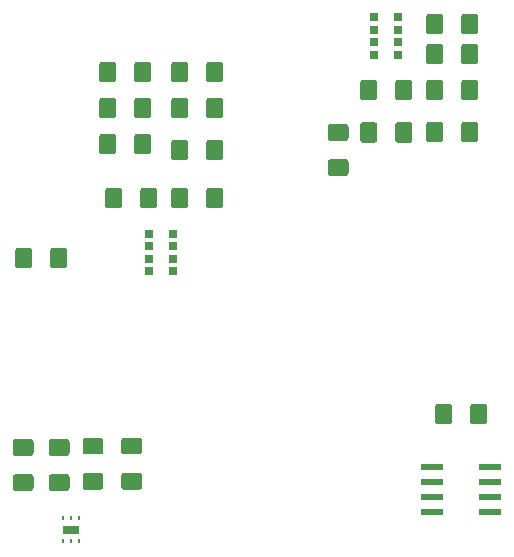
<source format=gbr>
G04 #@! TF.GenerationSoftware,KiCad,Pcbnew,(5.1.5)-3*
G04 #@! TF.CreationDate,2021-02-20T21:47:20+01:00*
G04 #@! TF.ProjectId,brievenbusmelder,62726965-7665-46e6-9275-736d656c6465,rev?*
G04 #@! TF.SameCoordinates,Original*
G04 #@! TF.FileFunction,Paste,Top*
G04 #@! TF.FilePolarity,Positive*
%FSLAX46Y46*%
G04 Gerber Fmt 4.6, Leading zero omitted, Abs format (unit mm)*
G04 Created by KiCad (PCBNEW (5.1.5)-3) date 2021-02-20 21:47:20*
%MOMM*%
%LPD*%
G04 APERTURE LIST*
%ADD10C,0.100000*%
%ADD11R,0.650000X0.750000*%
%ADD12R,1.981200X0.558800*%
%ADD13R,0.700000X0.750000*%
%ADD14R,1.350000X0.650000*%
%ADD15O,0.250000X0.500000*%
G04 APERTURE END LIST*
D10*
G36*
X28589504Y-79770204D02*
G01*
X28613773Y-79773804D01*
X28637571Y-79779765D01*
X28660671Y-79788030D01*
X28682849Y-79798520D01*
X28703893Y-79811133D01*
X28723598Y-79825747D01*
X28741777Y-79842223D01*
X28758253Y-79860402D01*
X28772867Y-79880107D01*
X28785480Y-79901151D01*
X28795970Y-79923329D01*
X28804235Y-79946429D01*
X28810196Y-79970227D01*
X28813796Y-79994496D01*
X28815000Y-80019000D01*
X28815000Y-80944000D01*
X28813796Y-80968504D01*
X28810196Y-80992773D01*
X28804235Y-81016571D01*
X28795970Y-81039671D01*
X28785480Y-81061849D01*
X28772867Y-81082893D01*
X28758253Y-81102598D01*
X28741777Y-81120777D01*
X28723598Y-81137253D01*
X28703893Y-81151867D01*
X28682849Y-81164480D01*
X28660671Y-81174970D01*
X28637571Y-81183235D01*
X28613773Y-81189196D01*
X28589504Y-81192796D01*
X28565000Y-81194000D01*
X27315000Y-81194000D01*
X27290496Y-81192796D01*
X27266227Y-81189196D01*
X27242429Y-81183235D01*
X27219329Y-81174970D01*
X27197151Y-81164480D01*
X27176107Y-81151867D01*
X27156402Y-81137253D01*
X27138223Y-81120777D01*
X27121747Y-81102598D01*
X27107133Y-81082893D01*
X27094520Y-81061849D01*
X27084030Y-81039671D01*
X27075765Y-81016571D01*
X27069804Y-80992773D01*
X27066204Y-80968504D01*
X27065000Y-80944000D01*
X27065000Y-80019000D01*
X27066204Y-79994496D01*
X27069804Y-79970227D01*
X27075765Y-79946429D01*
X27084030Y-79923329D01*
X27094520Y-79901151D01*
X27107133Y-79880107D01*
X27121747Y-79860402D01*
X27138223Y-79842223D01*
X27156402Y-79825747D01*
X27176107Y-79811133D01*
X27197151Y-79798520D01*
X27219329Y-79788030D01*
X27242429Y-79779765D01*
X27266227Y-79773804D01*
X27290496Y-79770204D01*
X27315000Y-79769000D01*
X28565000Y-79769000D01*
X28589504Y-79770204D01*
G37*
G36*
X28589504Y-76795204D02*
G01*
X28613773Y-76798804D01*
X28637571Y-76804765D01*
X28660671Y-76813030D01*
X28682849Y-76823520D01*
X28703893Y-76836133D01*
X28723598Y-76850747D01*
X28741777Y-76867223D01*
X28758253Y-76885402D01*
X28772867Y-76905107D01*
X28785480Y-76926151D01*
X28795970Y-76948329D01*
X28804235Y-76971429D01*
X28810196Y-76995227D01*
X28813796Y-77019496D01*
X28815000Y-77044000D01*
X28815000Y-77969000D01*
X28813796Y-77993504D01*
X28810196Y-78017773D01*
X28804235Y-78041571D01*
X28795970Y-78064671D01*
X28785480Y-78086849D01*
X28772867Y-78107893D01*
X28758253Y-78127598D01*
X28741777Y-78145777D01*
X28723598Y-78162253D01*
X28703893Y-78176867D01*
X28682849Y-78189480D01*
X28660671Y-78199970D01*
X28637571Y-78208235D01*
X28613773Y-78214196D01*
X28589504Y-78217796D01*
X28565000Y-78219000D01*
X27315000Y-78219000D01*
X27290496Y-78217796D01*
X27266227Y-78214196D01*
X27242429Y-78208235D01*
X27219329Y-78199970D01*
X27197151Y-78189480D01*
X27176107Y-78176867D01*
X27156402Y-78162253D01*
X27138223Y-78145777D01*
X27121747Y-78127598D01*
X27107133Y-78107893D01*
X27094520Y-78086849D01*
X27084030Y-78064671D01*
X27075765Y-78041571D01*
X27069804Y-78017773D01*
X27066204Y-77993504D01*
X27065000Y-77969000D01*
X27065000Y-77044000D01*
X27066204Y-77019496D01*
X27069804Y-76995227D01*
X27075765Y-76971429D01*
X27084030Y-76948329D01*
X27094520Y-76926151D01*
X27107133Y-76905107D01*
X27121747Y-76885402D01*
X27138223Y-76867223D01*
X27156402Y-76850747D01*
X27176107Y-76836133D01*
X27197151Y-76823520D01*
X27219329Y-76813030D01*
X27242429Y-76804765D01*
X27266227Y-76798804D01*
X27290496Y-76795204D01*
X27315000Y-76794000D01*
X28565000Y-76794000D01*
X28589504Y-76795204D01*
G37*
G36*
X63261504Y-40782204D02*
G01*
X63285773Y-40785804D01*
X63309571Y-40791765D01*
X63332671Y-40800030D01*
X63354849Y-40810520D01*
X63375893Y-40823133D01*
X63395598Y-40837747D01*
X63413777Y-40854223D01*
X63430253Y-40872402D01*
X63444867Y-40892107D01*
X63457480Y-40913151D01*
X63467970Y-40935329D01*
X63476235Y-40958429D01*
X63482196Y-40982227D01*
X63485796Y-41006496D01*
X63487000Y-41031000D01*
X63487000Y-42281000D01*
X63485796Y-42305504D01*
X63482196Y-42329773D01*
X63476235Y-42353571D01*
X63467970Y-42376671D01*
X63457480Y-42398849D01*
X63444867Y-42419893D01*
X63430253Y-42439598D01*
X63413777Y-42457777D01*
X63395598Y-42474253D01*
X63375893Y-42488867D01*
X63354849Y-42501480D01*
X63332671Y-42511970D01*
X63309571Y-42520235D01*
X63285773Y-42526196D01*
X63261504Y-42529796D01*
X63237000Y-42531000D01*
X62312000Y-42531000D01*
X62287496Y-42529796D01*
X62263227Y-42526196D01*
X62239429Y-42520235D01*
X62216329Y-42511970D01*
X62194151Y-42501480D01*
X62173107Y-42488867D01*
X62153402Y-42474253D01*
X62135223Y-42457777D01*
X62118747Y-42439598D01*
X62104133Y-42419893D01*
X62091520Y-42398849D01*
X62081030Y-42376671D01*
X62072765Y-42353571D01*
X62066804Y-42329773D01*
X62063204Y-42305504D01*
X62062000Y-42281000D01*
X62062000Y-41031000D01*
X62063204Y-41006496D01*
X62066804Y-40982227D01*
X62072765Y-40958429D01*
X62081030Y-40935329D01*
X62091520Y-40913151D01*
X62104133Y-40892107D01*
X62118747Y-40872402D01*
X62135223Y-40854223D01*
X62153402Y-40837747D01*
X62173107Y-40823133D01*
X62194151Y-40810520D01*
X62216329Y-40800030D01*
X62239429Y-40791765D01*
X62263227Y-40785804D01*
X62287496Y-40782204D01*
X62312000Y-40781000D01*
X63237000Y-40781000D01*
X63261504Y-40782204D01*
G37*
G36*
X66236504Y-40782204D02*
G01*
X66260773Y-40785804D01*
X66284571Y-40791765D01*
X66307671Y-40800030D01*
X66329849Y-40810520D01*
X66350893Y-40823133D01*
X66370598Y-40837747D01*
X66388777Y-40854223D01*
X66405253Y-40872402D01*
X66419867Y-40892107D01*
X66432480Y-40913151D01*
X66442970Y-40935329D01*
X66451235Y-40958429D01*
X66457196Y-40982227D01*
X66460796Y-41006496D01*
X66462000Y-41031000D01*
X66462000Y-42281000D01*
X66460796Y-42305504D01*
X66457196Y-42329773D01*
X66451235Y-42353571D01*
X66442970Y-42376671D01*
X66432480Y-42398849D01*
X66419867Y-42419893D01*
X66405253Y-42439598D01*
X66388777Y-42457777D01*
X66370598Y-42474253D01*
X66350893Y-42488867D01*
X66329849Y-42501480D01*
X66307671Y-42511970D01*
X66284571Y-42520235D01*
X66260773Y-42526196D01*
X66236504Y-42529796D01*
X66212000Y-42531000D01*
X65287000Y-42531000D01*
X65262496Y-42529796D01*
X65238227Y-42526196D01*
X65214429Y-42520235D01*
X65191329Y-42511970D01*
X65169151Y-42501480D01*
X65148107Y-42488867D01*
X65128402Y-42474253D01*
X65110223Y-42457777D01*
X65093747Y-42439598D01*
X65079133Y-42419893D01*
X65066520Y-42398849D01*
X65056030Y-42376671D01*
X65047765Y-42353571D01*
X65041804Y-42329773D01*
X65038204Y-42305504D01*
X65037000Y-42281000D01*
X65037000Y-41031000D01*
X65038204Y-41006496D01*
X65041804Y-40982227D01*
X65047765Y-40958429D01*
X65056030Y-40935329D01*
X65066520Y-40913151D01*
X65079133Y-40892107D01*
X65093747Y-40872402D01*
X65110223Y-40854223D01*
X65128402Y-40837747D01*
X65148107Y-40823133D01*
X65169151Y-40810520D01*
X65191329Y-40800030D01*
X65214429Y-40791765D01*
X65238227Y-40785804D01*
X65262496Y-40782204D01*
X65287000Y-40781000D01*
X66212000Y-40781000D01*
X66236504Y-40782204D01*
G37*
G36*
X63261504Y-46370204D02*
G01*
X63285773Y-46373804D01*
X63309571Y-46379765D01*
X63332671Y-46388030D01*
X63354849Y-46398520D01*
X63375893Y-46411133D01*
X63395598Y-46425747D01*
X63413777Y-46442223D01*
X63430253Y-46460402D01*
X63444867Y-46480107D01*
X63457480Y-46501151D01*
X63467970Y-46523329D01*
X63476235Y-46546429D01*
X63482196Y-46570227D01*
X63485796Y-46594496D01*
X63487000Y-46619000D01*
X63487000Y-47869000D01*
X63485796Y-47893504D01*
X63482196Y-47917773D01*
X63476235Y-47941571D01*
X63467970Y-47964671D01*
X63457480Y-47986849D01*
X63444867Y-48007893D01*
X63430253Y-48027598D01*
X63413777Y-48045777D01*
X63395598Y-48062253D01*
X63375893Y-48076867D01*
X63354849Y-48089480D01*
X63332671Y-48099970D01*
X63309571Y-48108235D01*
X63285773Y-48114196D01*
X63261504Y-48117796D01*
X63237000Y-48119000D01*
X62312000Y-48119000D01*
X62287496Y-48117796D01*
X62263227Y-48114196D01*
X62239429Y-48108235D01*
X62216329Y-48099970D01*
X62194151Y-48089480D01*
X62173107Y-48076867D01*
X62153402Y-48062253D01*
X62135223Y-48045777D01*
X62118747Y-48027598D01*
X62104133Y-48007893D01*
X62091520Y-47986849D01*
X62081030Y-47964671D01*
X62072765Y-47941571D01*
X62066804Y-47917773D01*
X62063204Y-47893504D01*
X62062000Y-47869000D01*
X62062000Y-46619000D01*
X62063204Y-46594496D01*
X62066804Y-46570227D01*
X62072765Y-46546429D01*
X62081030Y-46523329D01*
X62091520Y-46501151D01*
X62104133Y-46480107D01*
X62118747Y-46460402D01*
X62135223Y-46442223D01*
X62153402Y-46425747D01*
X62173107Y-46411133D01*
X62194151Y-46398520D01*
X62216329Y-46388030D01*
X62239429Y-46379765D01*
X62263227Y-46373804D01*
X62287496Y-46370204D01*
X62312000Y-46369000D01*
X63237000Y-46369000D01*
X63261504Y-46370204D01*
G37*
G36*
X66236504Y-46370204D02*
G01*
X66260773Y-46373804D01*
X66284571Y-46379765D01*
X66307671Y-46388030D01*
X66329849Y-46398520D01*
X66350893Y-46411133D01*
X66370598Y-46425747D01*
X66388777Y-46442223D01*
X66405253Y-46460402D01*
X66419867Y-46480107D01*
X66432480Y-46501151D01*
X66442970Y-46523329D01*
X66451235Y-46546429D01*
X66457196Y-46570227D01*
X66460796Y-46594496D01*
X66462000Y-46619000D01*
X66462000Y-47869000D01*
X66460796Y-47893504D01*
X66457196Y-47917773D01*
X66451235Y-47941571D01*
X66442970Y-47964671D01*
X66432480Y-47986849D01*
X66419867Y-48007893D01*
X66405253Y-48027598D01*
X66388777Y-48045777D01*
X66370598Y-48062253D01*
X66350893Y-48076867D01*
X66329849Y-48089480D01*
X66307671Y-48099970D01*
X66284571Y-48108235D01*
X66260773Y-48114196D01*
X66236504Y-48117796D01*
X66212000Y-48119000D01*
X65287000Y-48119000D01*
X65262496Y-48117796D01*
X65238227Y-48114196D01*
X65214429Y-48108235D01*
X65191329Y-48099970D01*
X65169151Y-48089480D01*
X65148107Y-48076867D01*
X65128402Y-48062253D01*
X65110223Y-48045777D01*
X65093747Y-48027598D01*
X65079133Y-48007893D01*
X65066520Y-47986849D01*
X65056030Y-47964671D01*
X65047765Y-47941571D01*
X65041804Y-47917773D01*
X65038204Y-47893504D01*
X65037000Y-47869000D01*
X65037000Y-46619000D01*
X65038204Y-46594496D01*
X65041804Y-46570227D01*
X65047765Y-46546429D01*
X65056030Y-46523329D01*
X65066520Y-46501151D01*
X65079133Y-46480107D01*
X65093747Y-46460402D01*
X65110223Y-46442223D01*
X65128402Y-46425747D01*
X65148107Y-46411133D01*
X65169151Y-46398520D01*
X65191329Y-46388030D01*
X65214429Y-46379765D01*
X65238227Y-46373804D01*
X65262496Y-46370204D01*
X65287000Y-46369000D01*
X66212000Y-46369000D01*
X66236504Y-46370204D01*
G37*
G36*
X66998504Y-73802204D02*
G01*
X67022773Y-73805804D01*
X67046571Y-73811765D01*
X67069671Y-73820030D01*
X67091849Y-73830520D01*
X67112893Y-73843133D01*
X67132598Y-73857747D01*
X67150777Y-73874223D01*
X67167253Y-73892402D01*
X67181867Y-73912107D01*
X67194480Y-73933151D01*
X67204970Y-73955329D01*
X67213235Y-73978429D01*
X67219196Y-74002227D01*
X67222796Y-74026496D01*
X67224000Y-74051000D01*
X67224000Y-75301000D01*
X67222796Y-75325504D01*
X67219196Y-75349773D01*
X67213235Y-75373571D01*
X67204970Y-75396671D01*
X67194480Y-75418849D01*
X67181867Y-75439893D01*
X67167253Y-75459598D01*
X67150777Y-75477777D01*
X67132598Y-75494253D01*
X67112893Y-75508867D01*
X67091849Y-75521480D01*
X67069671Y-75531970D01*
X67046571Y-75540235D01*
X67022773Y-75546196D01*
X66998504Y-75549796D01*
X66974000Y-75551000D01*
X66049000Y-75551000D01*
X66024496Y-75549796D01*
X66000227Y-75546196D01*
X65976429Y-75540235D01*
X65953329Y-75531970D01*
X65931151Y-75521480D01*
X65910107Y-75508867D01*
X65890402Y-75494253D01*
X65872223Y-75477777D01*
X65855747Y-75459598D01*
X65841133Y-75439893D01*
X65828520Y-75418849D01*
X65818030Y-75396671D01*
X65809765Y-75373571D01*
X65803804Y-75349773D01*
X65800204Y-75325504D01*
X65799000Y-75301000D01*
X65799000Y-74051000D01*
X65800204Y-74026496D01*
X65803804Y-74002227D01*
X65809765Y-73978429D01*
X65818030Y-73955329D01*
X65828520Y-73933151D01*
X65841133Y-73912107D01*
X65855747Y-73892402D01*
X65872223Y-73874223D01*
X65890402Y-73857747D01*
X65910107Y-73843133D01*
X65931151Y-73830520D01*
X65953329Y-73820030D01*
X65976429Y-73811765D01*
X66000227Y-73805804D01*
X66024496Y-73802204D01*
X66049000Y-73801000D01*
X66974000Y-73801000D01*
X66998504Y-73802204D01*
G37*
G36*
X64023504Y-73802204D02*
G01*
X64047773Y-73805804D01*
X64071571Y-73811765D01*
X64094671Y-73820030D01*
X64116849Y-73830520D01*
X64137893Y-73843133D01*
X64157598Y-73857747D01*
X64175777Y-73874223D01*
X64192253Y-73892402D01*
X64206867Y-73912107D01*
X64219480Y-73933151D01*
X64229970Y-73955329D01*
X64238235Y-73978429D01*
X64244196Y-74002227D01*
X64247796Y-74026496D01*
X64249000Y-74051000D01*
X64249000Y-75301000D01*
X64247796Y-75325504D01*
X64244196Y-75349773D01*
X64238235Y-75373571D01*
X64229970Y-75396671D01*
X64219480Y-75418849D01*
X64206867Y-75439893D01*
X64192253Y-75459598D01*
X64175777Y-75477777D01*
X64157598Y-75494253D01*
X64137893Y-75508867D01*
X64116849Y-75521480D01*
X64094671Y-75531970D01*
X64071571Y-75540235D01*
X64047773Y-75546196D01*
X64023504Y-75549796D01*
X63999000Y-75551000D01*
X63074000Y-75551000D01*
X63049496Y-75549796D01*
X63025227Y-75546196D01*
X63001429Y-75540235D01*
X62978329Y-75531970D01*
X62956151Y-75521480D01*
X62935107Y-75508867D01*
X62915402Y-75494253D01*
X62897223Y-75477777D01*
X62880747Y-75459598D01*
X62866133Y-75439893D01*
X62853520Y-75418849D01*
X62843030Y-75396671D01*
X62834765Y-75373571D01*
X62828804Y-75349773D01*
X62825204Y-75325504D01*
X62824000Y-75301000D01*
X62824000Y-74051000D01*
X62825204Y-74026496D01*
X62828804Y-74002227D01*
X62834765Y-73978429D01*
X62843030Y-73955329D01*
X62853520Y-73933151D01*
X62866133Y-73912107D01*
X62880747Y-73892402D01*
X62897223Y-73874223D01*
X62915402Y-73857747D01*
X62935107Y-73843133D01*
X62956151Y-73830520D01*
X62978329Y-73820030D01*
X63001429Y-73811765D01*
X63025227Y-73805804D01*
X63049496Y-73802204D01*
X63074000Y-73801000D01*
X63999000Y-73801000D01*
X64023504Y-73802204D01*
G37*
G36*
X63261504Y-43322204D02*
G01*
X63285773Y-43325804D01*
X63309571Y-43331765D01*
X63332671Y-43340030D01*
X63354849Y-43350520D01*
X63375893Y-43363133D01*
X63395598Y-43377747D01*
X63413777Y-43394223D01*
X63430253Y-43412402D01*
X63444867Y-43432107D01*
X63457480Y-43453151D01*
X63467970Y-43475329D01*
X63476235Y-43498429D01*
X63482196Y-43522227D01*
X63485796Y-43546496D01*
X63487000Y-43571000D01*
X63487000Y-44821000D01*
X63485796Y-44845504D01*
X63482196Y-44869773D01*
X63476235Y-44893571D01*
X63467970Y-44916671D01*
X63457480Y-44938849D01*
X63444867Y-44959893D01*
X63430253Y-44979598D01*
X63413777Y-44997777D01*
X63395598Y-45014253D01*
X63375893Y-45028867D01*
X63354849Y-45041480D01*
X63332671Y-45051970D01*
X63309571Y-45060235D01*
X63285773Y-45066196D01*
X63261504Y-45069796D01*
X63237000Y-45071000D01*
X62312000Y-45071000D01*
X62287496Y-45069796D01*
X62263227Y-45066196D01*
X62239429Y-45060235D01*
X62216329Y-45051970D01*
X62194151Y-45041480D01*
X62173107Y-45028867D01*
X62153402Y-45014253D01*
X62135223Y-44997777D01*
X62118747Y-44979598D01*
X62104133Y-44959893D01*
X62091520Y-44938849D01*
X62081030Y-44916671D01*
X62072765Y-44893571D01*
X62066804Y-44869773D01*
X62063204Y-44845504D01*
X62062000Y-44821000D01*
X62062000Y-43571000D01*
X62063204Y-43546496D01*
X62066804Y-43522227D01*
X62072765Y-43498429D01*
X62081030Y-43475329D01*
X62091520Y-43453151D01*
X62104133Y-43432107D01*
X62118747Y-43412402D01*
X62135223Y-43394223D01*
X62153402Y-43377747D01*
X62173107Y-43363133D01*
X62194151Y-43350520D01*
X62216329Y-43340030D01*
X62239429Y-43331765D01*
X62263227Y-43325804D01*
X62287496Y-43322204D01*
X62312000Y-43321000D01*
X63237000Y-43321000D01*
X63261504Y-43322204D01*
G37*
G36*
X66236504Y-43322204D02*
G01*
X66260773Y-43325804D01*
X66284571Y-43331765D01*
X66307671Y-43340030D01*
X66329849Y-43350520D01*
X66350893Y-43363133D01*
X66370598Y-43377747D01*
X66388777Y-43394223D01*
X66405253Y-43412402D01*
X66419867Y-43432107D01*
X66432480Y-43453151D01*
X66442970Y-43475329D01*
X66451235Y-43498429D01*
X66457196Y-43522227D01*
X66460796Y-43546496D01*
X66462000Y-43571000D01*
X66462000Y-44821000D01*
X66460796Y-44845504D01*
X66457196Y-44869773D01*
X66451235Y-44893571D01*
X66442970Y-44916671D01*
X66432480Y-44938849D01*
X66419867Y-44959893D01*
X66405253Y-44979598D01*
X66388777Y-44997777D01*
X66370598Y-45014253D01*
X66350893Y-45028867D01*
X66329849Y-45041480D01*
X66307671Y-45051970D01*
X66284571Y-45060235D01*
X66260773Y-45066196D01*
X66236504Y-45069796D01*
X66212000Y-45071000D01*
X65287000Y-45071000D01*
X65262496Y-45069796D01*
X65238227Y-45066196D01*
X65214429Y-45060235D01*
X65191329Y-45051970D01*
X65169151Y-45041480D01*
X65148107Y-45028867D01*
X65128402Y-45014253D01*
X65110223Y-44997777D01*
X65093747Y-44979598D01*
X65079133Y-44959893D01*
X65066520Y-44938849D01*
X65056030Y-44916671D01*
X65047765Y-44893571D01*
X65041804Y-44869773D01*
X65038204Y-44845504D01*
X65037000Y-44821000D01*
X65037000Y-43571000D01*
X65038204Y-43546496D01*
X65041804Y-43522227D01*
X65047765Y-43498429D01*
X65056030Y-43475329D01*
X65066520Y-43453151D01*
X65079133Y-43432107D01*
X65093747Y-43412402D01*
X65110223Y-43394223D01*
X65128402Y-43377747D01*
X65148107Y-43363133D01*
X65169151Y-43350520D01*
X65191329Y-43340030D01*
X65214429Y-43331765D01*
X65238227Y-43325804D01*
X65262496Y-43322204D01*
X65287000Y-43321000D01*
X66212000Y-43321000D01*
X66236504Y-43322204D01*
G37*
G36*
X66236504Y-49926204D02*
G01*
X66260773Y-49929804D01*
X66284571Y-49935765D01*
X66307671Y-49944030D01*
X66329849Y-49954520D01*
X66350893Y-49967133D01*
X66370598Y-49981747D01*
X66388777Y-49998223D01*
X66405253Y-50016402D01*
X66419867Y-50036107D01*
X66432480Y-50057151D01*
X66442970Y-50079329D01*
X66451235Y-50102429D01*
X66457196Y-50126227D01*
X66460796Y-50150496D01*
X66462000Y-50175000D01*
X66462000Y-51425000D01*
X66460796Y-51449504D01*
X66457196Y-51473773D01*
X66451235Y-51497571D01*
X66442970Y-51520671D01*
X66432480Y-51542849D01*
X66419867Y-51563893D01*
X66405253Y-51583598D01*
X66388777Y-51601777D01*
X66370598Y-51618253D01*
X66350893Y-51632867D01*
X66329849Y-51645480D01*
X66307671Y-51655970D01*
X66284571Y-51664235D01*
X66260773Y-51670196D01*
X66236504Y-51673796D01*
X66212000Y-51675000D01*
X65287000Y-51675000D01*
X65262496Y-51673796D01*
X65238227Y-51670196D01*
X65214429Y-51664235D01*
X65191329Y-51655970D01*
X65169151Y-51645480D01*
X65148107Y-51632867D01*
X65128402Y-51618253D01*
X65110223Y-51601777D01*
X65093747Y-51583598D01*
X65079133Y-51563893D01*
X65066520Y-51542849D01*
X65056030Y-51520671D01*
X65047765Y-51497571D01*
X65041804Y-51473773D01*
X65038204Y-51449504D01*
X65037000Y-51425000D01*
X65037000Y-50175000D01*
X65038204Y-50150496D01*
X65041804Y-50126227D01*
X65047765Y-50102429D01*
X65056030Y-50079329D01*
X65066520Y-50057151D01*
X65079133Y-50036107D01*
X65093747Y-50016402D01*
X65110223Y-49998223D01*
X65128402Y-49981747D01*
X65148107Y-49967133D01*
X65169151Y-49954520D01*
X65191329Y-49944030D01*
X65214429Y-49935765D01*
X65238227Y-49929804D01*
X65262496Y-49926204D01*
X65287000Y-49925000D01*
X66212000Y-49925000D01*
X66236504Y-49926204D01*
G37*
G36*
X63261504Y-49926204D02*
G01*
X63285773Y-49929804D01*
X63309571Y-49935765D01*
X63332671Y-49944030D01*
X63354849Y-49954520D01*
X63375893Y-49967133D01*
X63395598Y-49981747D01*
X63413777Y-49998223D01*
X63430253Y-50016402D01*
X63444867Y-50036107D01*
X63457480Y-50057151D01*
X63467970Y-50079329D01*
X63476235Y-50102429D01*
X63482196Y-50126227D01*
X63485796Y-50150496D01*
X63487000Y-50175000D01*
X63487000Y-51425000D01*
X63485796Y-51449504D01*
X63482196Y-51473773D01*
X63476235Y-51497571D01*
X63467970Y-51520671D01*
X63457480Y-51542849D01*
X63444867Y-51563893D01*
X63430253Y-51583598D01*
X63413777Y-51601777D01*
X63395598Y-51618253D01*
X63375893Y-51632867D01*
X63354849Y-51645480D01*
X63332671Y-51655970D01*
X63309571Y-51664235D01*
X63285773Y-51670196D01*
X63261504Y-51673796D01*
X63237000Y-51675000D01*
X62312000Y-51675000D01*
X62287496Y-51673796D01*
X62263227Y-51670196D01*
X62239429Y-51664235D01*
X62216329Y-51655970D01*
X62194151Y-51645480D01*
X62173107Y-51632867D01*
X62153402Y-51618253D01*
X62135223Y-51601777D01*
X62118747Y-51583598D01*
X62104133Y-51563893D01*
X62091520Y-51542849D01*
X62081030Y-51520671D01*
X62072765Y-51497571D01*
X62066804Y-51473773D01*
X62063204Y-51449504D01*
X62062000Y-51425000D01*
X62062000Y-50175000D01*
X62063204Y-50150496D01*
X62066804Y-50126227D01*
X62072765Y-50102429D01*
X62081030Y-50079329D01*
X62091520Y-50057151D01*
X62104133Y-50036107D01*
X62118747Y-50016402D01*
X62135223Y-49998223D01*
X62153402Y-49981747D01*
X62173107Y-49967133D01*
X62194151Y-49954520D01*
X62216329Y-49944030D01*
X62239429Y-49935765D01*
X62263227Y-49929804D01*
X62287496Y-49926204D01*
X62312000Y-49925000D01*
X63237000Y-49925000D01*
X63261504Y-49926204D01*
G37*
G36*
X41671504Y-44846204D02*
G01*
X41695773Y-44849804D01*
X41719571Y-44855765D01*
X41742671Y-44864030D01*
X41764849Y-44874520D01*
X41785893Y-44887133D01*
X41805598Y-44901747D01*
X41823777Y-44918223D01*
X41840253Y-44936402D01*
X41854867Y-44956107D01*
X41867480Y-44977151D01*
X41877970Y-44999329D01*
X41886235Y-45022429D01*
X41892196Y-45046227D01*
X41895796Y-45070496D01*
X41897000Y-45095000D01*
X41897000Y-46345000D01*
X41895796Y-46369504D01*
X41892196Y-46393773D01*
X41886235Y-46417571D01*
X41877970Y-46440671D01*
X41867480Y-46462849D01*
X41854867Y-46483893D01*
X41840253Y-46503598D01*
X41823777Y-46521777D01*
X41805598Y-46538253D01*
X41785893Y-46552867D01*
X41764849Y-46565480D01*
X41742671Y-46575970D01*
X41719571Y-46584235D01*
X41695773Y-46590196D01*
X41671504Y-46593796D01*
X41647000Y-46595000D01*
X40722000Y-46595000D01*
X40697496Y-46593796D01*
X40673227Y-46590196D01*
X40649429Y-46584235D01*
X40626329Y-46575970D01*
X40604151Y-46565480D01*
X40583107Y-46552867D01*
X40563402Y-46538253D01*
X40545223Y-46521777D01*
X40528747Y-46503598D01*
X40514133Y-46483893D01*
X40501520Y-46462849D01*
X40491030Y-46440671D01*
X40482765Y-46417571D01*
X40476804Y-46393773D01*
X40473204Y-46369504D01*
X40472000Y-46345000D01*
X40472000Y-45095000D01*
X40473204Y-45070496D01*
X40476804Y-45046227D01*
X40482765Y-45022429D01*
X40491030Y-44999329D01*
X40501520Y-44977151D01*
X40514133Y-44956107D01*
X40528747Y-44936402D01*
X40545223Y-44918223D01*
X40563402Y-44901747D01*
X40583107Y-44887133D01*
X40604151Y-44874520D01*
X40626329Y-44864030D01*
X40649429Y-44855765D01*
X40673227Y-44849804D01*
X40697496Y-44846204D01*
X40722000Y-44845000D01*
X41647000Y-44845000D01*
X41671504Y-44846204D01*
G37*
G36*
X44646504Y-44846204D02*
G01*
X44670773Y-44849804D01*
X44694571Y-44855765D01*
X44717671Y-44864030D01*
X44739849Y-44874520D01*
X44760893Y-44887133D01*
X44780598Y-44901747D01*
X44798777Y-44918223D01*
X44815253Y-44936402D01*
X44829867Y-44956107D01*
X44842480Y-44977151D01*
X44852970Y-44999329D01*
X44861235Y-45022429D01*
X44867196Y-45046227D01*
X44870796Y-45070496D01*
X44872000Y-45095000D01*
X44872000Y-46345000D01*
X44870796Y-46369504D01*
X44867196Y-46393773D01*
X44861235Y-46417571D01*
X44852970Y-46440671D01*
X44842480Y-46462849D01*
X44829867Y-46483893D01*
X44815253Y-46503598D01*
X44798777Y-46521777D01*
X44780598Y-46538253D01*
X44760893Y-46552867D01*
X44739849Y-46565480D01*
X44717671Y-46575970D01*
X44694571Y-46584235D01*
X44670773Y-46590196D01*
X44646504Y-46593796D01*
X44622000Y-46595000D01*
X43697000Y-46595000D01*
X43672496Y-46593796D01*
X43648227Y-46590196D01*
X43624429Y-46584235D01*
X43601329Y-46575970D01*
X43579151Y-46565480D01*
X43558107Y-46552867D01*
X43538402Y-46538253D01*
X43520223Y-46521777D01*
X43503747Y-46503598D01*
X43489133Y-46483893D01*
X43476520Y-46462849D01*
X43466030Y-46440671D01*
X43457765Y-46417571D01*
X43451804Y-46393773D01*
X43448204Y-46369504D01*
X43447000Y-46345000D01*
X43447000Y-45095000D01*
X43448204Y-45070496D01*
X43451804Y-45046227D01*
X43457765Y-45022429D01*
X43466030Y-44999329D01*
X43476520Y-44977151D01*
X43489133Y-44956107D01*
X43503747Y-44936402D01*
X43520223Y-44918223D01*
X43538402Y-44901747D01*
X43558107Y-44887133D01*
X43579151Y-44874520D01*
X43601329Y-44864030D01*
X43624429Y-44855765D01*
X43648227Y-44849804D01*
X43672496Y-44846204D01*
X43697000Y-44845000D01*
X44622000Y-44845000D01*
X44646504Y-44846204D01*
G37*
G36*
X35575504Y-44846204D02*
G01*
X35599773Y-44849804D01*
X35623571Y-44855765D01*
X35646671Y-44864030D01*
X35668849Y-44874520D01*
X35689893Y-44887133D01*
X35709598Y-44901747D01*
X35727777Y-44918223D01*
X35744253Y-44936402D01*
X35758867Y-44956107D01*
X35771480Y-44977151D01*
X35781970Y-44999329D01*
X35790235Y-45022429D01*
X35796196Y-45046227D01*
X35799796Y-45070496D01*
X35801000Y-45095000D01*
X35801000Y-46345000D01*
X35799796Y-46369504D01*
X35796196Y-46393773D01*
X35790235Y-46417571D01*
X35781970Y-46440671D01*
X35771480Y-46462849D01*
X35758867Y-46483893D01*
X35744253Y-46503598D01*
X35727777Y-46521777D01*
X35709598Y-46538253D01*
X35689893Y-46552867D01*
X35668849Y-46565480D01*
X35646671Y-46575970D01*
X35623571Y-46584235D01*
X35599773Y-46590196D01*
X35575504Y-46593796D01*
X35551000Y-46595000D01*
X34626000Y-46595000D01*
X34601496Y-46593796D01*
X34577227Y-46590196D01*
X34553429Y-46584235D01*
X34530329Y-46575970D01*
X34508151Y-46565480D01*
X34487107Y-46552867D01*
X34467402Y-46538253D01*
X34449223Y-46521777D01*
X34432747Y-46503598D01*
X34418133Y-46483893D01*
X34405520Y-46462849D01*
X34395030Y-46440671D01*
X34386765Y-46417571D01*
X34380804Y-46393773D01*
X34377204Y-46369504D01*
X34376000Y-46345000D01*
X34376000Y-45095000D01*
X34377204Y-45070496D01*
X34380804Y-45046227D01*
X34386765Y-45022429D01*
X34395030Y-44999329D01*
X34405520Y-44977151D01*
X34418133Y-44956107D01*
X34432747Y-44936402D01*
X34449223Y-44918223D01*
X34467402Y-44901747D01*
X34487107Y-44887133D01*
X34508151Y-44874520D01*
X34530329Y-44864030D01*
X34553429Y-44855765D01*
X34577227Y-44849804D01*
X34601496Y-44846204D01*
X34626000Y-44845000D01*
X35551000Y-44845000D01*
X35575504Y-44846204D01*
G37*
G36*
X38550504Y-44846204D02*
G01*
X38574773Y-44849804D01*
X38598571Y-44855765D01*
X38621671Y-44864030D01*
X38643849Y-44874520D01*
X38664893Y-44887133D01*
X38684598Y-44901747D01*
X38702777Y-44918223D01*
X38719253Y-44936402D01*
X38733867Y-44956107D01*
X38746480Y-44977151D01*
X38756970Y-44999329D01*
X38765235Y-45022429D01*
X38771196Y-45046227D01*
X38774796Y-45070496D01*
X38776000Y-45095000D01*
X38776000Y-46345000D01*
X38774796Y-46369504D01*
X38771196Y-46393773D01*
X38765235Y-46417571D01*
X38756970Y-46440671D01*
X38746480Y-46462849D01*
X38733867Y-46483893D01*
X38719253Y-46503598D01*
X38702777Y-46521777D01*
X38684598Y-46538253D01*
X38664893Y-46552867D01*
X38643849Y-46565480D01*
X38621671Y-46575970D01*
X38598571Y-46584235D01*
X38574773Y-46590196D01*
X38550504Y-46593796D01*
X38526000Y-46595000D01*
X37601000Y-46595000D01*
X37576496Y-46593796D01*
X37552227Y-46590196D01*
X37528429Y-46584235D01*
X37505329Y-46575970D01*
X37483151Y-46565480D01*
X37462107Y-46552867D01*
X37442402Y-46538253D01*
X37424223Y-46521777D01*
X37407747Y-46503598D01*
X37393133Y-46483893D01*
X37380520Y-46462849D01*
X37370030Y-46440671D01*
X37361765Y-46417571D01*
X37355804Y-46393773D01*
X37352204Y-46369504D01*
X37351000Y-46345000D01*
X37351000Y-45095000D01*
X37352204Y-45070496D01*
X37355804Y-45046227D01*
X37361765Y-45022429D01*
X37370030Y-44999329D01*
X37380520Y-44977151D01*
X37393133Y-44956107D01*
X37407747Y-44936402D01*
X37424223Y-44918223D01*
X37442402Y-44901747D01*
X37462107Y-44887133D01*
X37483151Y-44874520D01*
X37505329Y-44864030D01*
X37528429Y-44855765D01*
X37552227Y-44849804D01*
X37576496Y-44846204D01*
X37601000Y-44845000D01*
X38526000Y-44845000D01*
X38550504Y-44846204D01*
G37*
G36*
X38550504Y-50942204D02*
G01*
X38574773Y-50945804D01*
X38598571Y-50951765D01*
X38621671Y-50960030D01*
X38643849Y-50970520D01*
X38664893Y-50983133D01*
X38684598Y-50997747D01*
X38702777Y-51014223D01*
X38719253Y-51032402D01*
X38733867Y-51052107D01*
X38746480Y-51073151D01*
X38756970Y-51095329D01*
X38765235Y-51118429D01*
X38771196Y-51142227D01*
X38774796Y-51166496D01*
X38776000Y-51191000D01*
X38776000Y-52441000D01*
X38774796Y-52465504D01*
X38771196Y-52489773D01*
X38765235Y-52513571D01*
X38756970Y-52536671D01*
X38746480Y-52558849D01*
X38733867Y-52579893D01*
X38719253Y-52599598D01*
X38702777Y-52617777D01*
X38684598Y-52634253D01*
X38664893Y-52648867D01*
X38643849Y-52661480D01*
X38621671Y-52671970D01*
X38598571Y-52680235D01*
X38574773Y-52686196D01*
X38550504Y-52689796D01*
X38526000Y-52691000D01*
X37601000Y-52691000D01*
X37576496Y-52689796D01*
X37552227Y-52686196D01*
X37528429Y-52680235D01*
X37505329Y-52671970D01*
X37483151Y-52661480D01*
X37462107Y-52648867D01*
X37442402Y-52634253D01*
X37424223Y-52617777D01*
X37407747Y-52599598D01*
X37393133Y-52579893D01*
X37380520Y-52558849D01*
X37370030Y-52536671D01*
X37361765Y-52513571D01*
X37355804Y-52489773D01*
X37352204Y-52465504D01*
X37351000Y-52441000D01*
X37351000Y-51191000D01*
X37352204Y-51166496D01*
X37355804Y-51142227D01*
X37361765Y-51118429D01*
X37370030Y-51095329D01*
X37380520Y-51073151D01*
X37393133Y-51052107D01*
X37407747Y-51032402D01*
X37424223Y-51014223D01*
X37442402Y-50997747D01*
X37462107Y-50983133D01*
X37483151Y-50970520D01*
X37505329Y-50960030D01*
X37528429Y-50951765D01*
X37552227Y-50945804D01*
X37576496Y-50942204D01*
X37601000Y-50941000D01*
X38526000Y-50941000D01*
X38550504Y-50942204D01*
G37*
G36*
X35575504Y-50942204D02*
G01*
X35599773Y-50945804D01*
X35623571Y-50951765D01*
X35646671Y-50960030D01*
X35668849Y-50970520D01*
X35689893Y-50983133D01*
X35709598Y-50997747D01*
X35727777Y-51014223D01*
X35744253Y-51032402D01*
X35758867Y-51052107D01*
X35771480Y-51073151D01*
X35781970Y-51095329D01*
X35790235Y-51118429D01*
X35796196Y-51142227D01*
X35799796Y-51166496D01*
X35801000Y-51191000D01*
X35801000Y-52441000D01*
X35799796Y-52465504D01*
X35796196Y-52489773D01*
X35790235Y-52513571D01*
X35781970Y-52536671D01*
X35771480Y-52558849D01*
X35758867Y-52579893D01*
X35744253Y-52599598D01*
X35727777Y-52617777D01*
X35709598Y-52634253D01*
X35689893Y-52648867D01*
X35668849Y-52661480D01*
X35646671Y-52671970D01*
X35623571Y-52680235D01*
X35599773Y-52686196D01*
X35575504Y-52689796D01*
X35551000Y-52691000D01*
X34626000Y-52691000D01*
X34601496Y-52689796D01*
X34577227Y-52686196D01*
X34553429Y-52680235D01*
X34530329Y-52671970D01*
X34508151Y-52661480D01*
X34487107Y-52648867D01*
X34467402Y-52634253D01*
X34449223Y-52617777D01*
X34432747Y-52599598D01*
X34418133Y-52579893D01*
X34405520Y-52558849D01*
X34395030Y-52536671D01*
X34386765Y-52513571D01*
X34380804Y-52489773D01*
X34377204Y-52465504D01*
X34376000Y-52441000D01*
X34376000Y-51191000D01*
X34377204Y-51166496D01*
X34380804Y-51142227D01*
X34386765Y-51118429D01*
X34395030Y-51095329D01*
X34405520Y-51073151D01*
X34418133Y-51052107D01*
X34432747Y-51032402D01*
X34449223Y-51014223D01*
X34467402Y-50997747D01*
X34487107Y-50983133D01*
X34508151Y-50970520D01*
X34530329Y-50960030D01*
X34553429Y-50951765D01*
X34577227Y-50945804D01*
X34601496Y-50942204D01*
X34626000Y-50941000D01*
X35551000Y-50941000D01*
X35575504Y-50942204D01*
G37*
G36*
X38550504Y-47894204D02*
G01*
X38574773Y-47897804D01*
X38598571Y-47903765D01*
X38621671Y-47912030D01*
X38643849Y-47922520D01*
X38664893Y-47935133D01*
X38684598Y-47949747D01*
X38702777Y-47966223D01*
X38719253Y-47984402D01*
X38733867Y-48004107D01*
X38746480Y-48025151D01*
X38756970Y-48047329D01*
X38765235Y-48070429D01*
X38771196Y-48094227D01*
X38774796Y-48118496D01*
X38776000Y-48143000D01*
X38776000Y-49393000D01*
X38774796Y-49417504D01*
X38771196Y-49441773D01*
X38765235Y-49465571D01*
X38756970Y-49488671D01*
X38746480Y-49510849D01*
X38733867Y-49531893D01*
X38719253Y-49551598D01*
X38702777Y-49569777D01*
X38684598Y-49586253D01*
X38664893Y-49600867D01*
X38643849Y-49613480D01*
X38621671Y-49623970D01*
X38598571Y-49632235D01*
X38574773Y-49638196D01*
X38550504Y-49641796D01*
X38526000Y-49643000D01*
X37601000Y-49643000D01*
X37576496Y-49641796D01*
X37552227Y-49638196D01*
X37528429Y-49632235D01*
X37505329Y-49623970D01*
X37483151Y-49613480D01*
X37462107Y-49600867D01*
X37442402Y-49586253D01*
X37424223Y-49569777D01*
X37407747Y-49551598D01*
X37393133Y-49531893D01*
X37380520Y-49510849D01*
X37370030Y-49488671D01*
X37361765Y-49465571D01*
X37355804Y-49441773D01*
X37352204Y-49417504D01*
X37351000Y-49393000D01*
X37351000Y-48143000D01*
X37352204Y-48118496D01*
X37355804Y-48094227D01*
X37361765Y-48070429D01*
X37370030Y-48047329D01*
X37380520Y-48025151D01*
X37393133Y-48004107D01*
X37407747Y-47984402D01*
X37424223Y-47966223D01*
X37442402Y-47949747D01*
X37462107Y-47935133D01*
X37483151Y-47922520D01*
X37505329Y-47912030D01*
X37528429Y-47903765D01*
X37552227Y-47897804D01*
X37576496Y-47894204D01*
X37601000Y-47893000D01*
X38526000Y-47893000D01*
X38550504Y-47894204D01*
G37*
G36*
X35575504Y-47894204D02*
G01*
X35599773Y-47897804D01*
X35623571Y-47903765D01*
X35646671Y-47912030D01*
X35668849Y-47922520D01*
X35689893Y-47935133D01*
X35709598Y-47949747D01*
X35727777Y-47966223D01*
X35744253Y-47984402D01*
X35758867Y-48004107D01*
X35771480Y-48025151D01*
X35781970Y-48047329D01*
X35790235Y-48070429D01*
X35796196Y-48094227D01*
X35799796Y-48118496D01*
X35801000Y-48143000D01*
X35801000Y-49393000D01*
X35799796Y-49417504D01*
X35796196Y-49441773D01*
X35790235Y-49465571D01*
X35781970Y-49488671D01*
X35771480Y-49510849D01*
X35758867Y-49531893D01*
X35744253Y-49551598D01*
X35727777Y-49569777D01*
X35709598Y-49586253D01*
X35689893Y-49600867D01*
X35668849Y-49613480D01*
X35646671Y-49623970D01*
X35623571Y-49632235D01*
X35599773Y-49638196D01*
X35575504Y-49641796D01*
X35551000Y-49643000D01*
X34626000Y-49643000D01*
X34601496Y-49641796D01*
X34577227Y-49638196D01*
X34553429Y-49632235D01*
X34530329Y-49623970D01*
X34508151Y-49613480D01*
X34487107Y-49600867D01*
X34467402Y-49586253D01*
X34449223Y-49569777D01*
X34432747Y-49551598D01*
X34418133Y-49531893D01*
X34405520Y-49510849D01*
X34395030Y-49488671D01*
X34386765Y-49465571D01*
X34380804Y-49441773D01*
X34377204Y-49417504D01*
X34376000Y-49393000D01*
X34376000Y-48143000D01*
X34377204Y-48118496D01*
X34380804Y-48094227D01*
X34386765Y-48070429D01*
X34395030Y-48047329D01*
X34405520Y-48025151D01*
X34418133Y-48004107D01*
X34432747Y-47984402D01*
X34449223Y-47966223D01*
X34467402Y-47949747D01*
X34487107Y-47935133D01*
X34508151Y-47922520D01*
X34530329Y-47912030D01*
X34553429Y-47903765D01*
X34577227Y-47897804D01*
X34601496Y-47894204D01*
X34626000Y-47893000D01*
X35551000Y-47893000D01*
X35575504Y-47894204D01*
G37*
G36*
X31438504Y-60594204D02*
G01*
X31462773Y-60597804D01*
X31486571Y-60603765D01*
X31509671Y-60612030D01*
X31531849Y-60622520D01*
X31552893Y-60635133D01*
X31572598Y-60649747D01*
X31590777Y-60666223D01*
X31607253Y-60684402D01*
X31621867Y-60704107D01*
X31634480Y-60725151D01*
X31644970Y-60747329D01*
X31653235Y-60770429D01*
X31659196Y-60794227D01*
X31662796Y-60818496D01*
X31664000Y-60843000D01*
X31664000Y-62093000D01*
X31662796Y-62117504D01*
X31659196Y-62141773D01*
X31653235Y-62165571D01*
X31644970Y-62188671D01*
X31634480Y-62210849D01*
X31621867Y-62231893D01*
X31607253Y-62251598D01*
X31590777Y-62269777D01*
X31572598Y-62286253D01*
X31552893Y-62300867D01*
X31531849Y-62313480D01*
X31509671Y-62323970D01*
X31486571Y-62332235D01*
X31462773Y-62338196D01*
X31438504Y-62341796D01*
X31414000Y-62343000D01*
X30489000Y-62343000D01*
X30464496Y-62341796D01*
X30440227Y-62338196D01*
X30416429Y-62332235D01*
X30393329Y-62323970D01*
X30371151Y-62313480D01*
X30350107Y-62300867D01*
X30330402Y-62286253D01*
X30312223Y-62269777D01*
X30295747Y-62251598D01*
X30281133Y-62231893D01*
X30268520Y-62210849D01*
X30258030Y-62188671D01*
X30249765Y-62165571D01*
X30243804Y-62141773D01*
X30240204Y-62117504D01*
X30239000Y-62093000D01*
X30239000Y-60843000D01*
X30240204Y-60818496D01*
X30243804Y-60794227D01*
X30249765Y-60770429D01*
X30258030Y-60747329D01*
X30268520Y-60725151D01*
X30281133Y-60704107D01*
X30295747Y-60684402D01*
X30312223Y-60666223D01*
X30330402Y-60649747D01*
X30350107Y-60635133D01*
X30371151Y-60622520D01*
X30393329Y-60612030D01*
X30416429Y-60603765D01*
X30440227Y-60597804D01*
X30464496Y-60594204D01*
X30489000Y-60593000D01*
X31414000Y-60593000D01*
X31438504Y-60594204D01*
G37*
G36*
X28463504Y-60594204D02*
G01*
X28487773Y-60597804D01*
X28511571Y-60603765D01*
X28534671Y-60612030D01*
X28556849Y-60622520D01*
X28577893Y-60635133D01*
X28597598Y-60649747D01*
X28615777Y-60666223D01*
X28632253Y-60684402D01*
X28646867Y-60704107D01*
X28659480Y-60725151D01*
X28669970Y-60747329D01*
X28678235Y-60770429D01*
X28684196Y-60794227D01*
X28687796Y-60818496D01*
X28689000Y-60843000D01*
X28689000Y-62093000D01*
X28687796Y-62117504D01*
X28684196Y-62141773D01*
X28678235Y-62165571D01*
X28669970Y-62188671D01*
X28659480Y-62210849D01*
X28646867Y-62231893D01*
X28632253Y-62251598D01*
X28615777Y-62269777D01*
X28597598Y-62286253D01*
X28577893Y-62300867D01*
X28556849Y-62313480D01*
X28534671Y-62323970D01*
X28511571Y-62332235D01*
X28487773Y-62338196D01*
X28463504Y-62341796D01*
X28439000Y-62343000D01*
X27514000Y-62343000D01*
X27489496Y-62341796D01*
X27465227Y-62338196D01*
X27441429Y-62332235D01*
X27418329Y-62323970D01*
X27396151Y-62313480D01*
X27375107Y-62300867D01*
X27355402Y-62286253D01*
X27337223Y-62269777D01*
X27320747Y-62251598D01*
X27306133Y-62231893D01*
X27293520Y-62210849D01*
X27283030Y-62188671D01*
X27274765Y-62165571D01*
X27268804Y-62141773D01*
X27265204Y-62117504D01*
X27264000Y-62093000D01*
X27264000Y-60843000D01*
X27265204Y-60818496D01*
X27268804Y-60794227D01*
X27274765Y-60770429D01*
X27283030Y-60747329D01*
X27293520Y-60725151D01*
X27306133Y-60704107D01*
X27320747Y-60684402D01*
X27337223Y-60666223D01*
X27355402Y-60649747D01*
X27375107Y-60635133D01*
X27396151Y-60622520D01*
X27418329Y-60612030D01*
X27441429Y-60603765D01*
X27465227Y-60597804D01*
X27489496Y-60594204D01*
X27514000Y-60593000D01*
X28439000Y-60593000D01*
X28463504Y-60594204D01*
G37*
D11*
X57669000Y-44247000D03*
X57669000Y-43197000D03*
X57669000Y-42147000D03*
X57669000Y-41097000D03*
X59679000Y-41097000D03*
X59679000Y-42147000D03*
X59679000Y-43197000D03*
X59679000Y-44247000D03*
D12*
X62560200Y-82931000D03*
X62560200Y-81661000D03*
X62560200Y-80391000D03*
X62560200Y-79121000D03*
X67487800Y-79121000D03*
X67487800Y-80391000D03*
X67487800Y-81661000D03*
X67487800Y-82931000D03*
D13*
X40587000Y-59421000D03*
X40587000Y-60471000D03*
X40587000Y-61521000D03*
X40587000Y-62571000D03*
X38627000Y-62571000D03*
X38627000Y-61521000D03*
X38627000Y-60471000D03*
X38627000Y-59421000D03*
D10*
G36*
X34488505Y-79653203D02*
G01*
X34512774Y-79656803D01*
X34536572Y-79662764D01*
X34559672Y-79671029D01*
X34581850Y-79681519D01*
X34602894Y-79694132D01*
X34622599Y-79708746D01*
X34640778Y-79725222D01*
X34657254Y-79743401D01*
X34671868Y-79763106D01*
X34684481Y-79784150D01*
X34694971Y-79806328D01*
X34703236Y-79829428D01*
X34709197Y-79853226D01*
X34712797Y-79877495D01*
X34714001Y-79901999D01*
X34714001Y-80826999D01*
X34712797Y-80851503D01*
X34709197Y-80875772D01*
X34703236Y-80899570D01*
X34694971Y-80922670D01*
X34684481Y-80944848D01*
X34671868Y-80965892D01*
X34657254Y-80985597D01*
X34640778Y-81003776D01*
X34622599Y-81020252D01*
X34602894Y-81034866D01*
X34581850Y-81047479D01*
X34559672Y-81057969D01*
X34536572Y-81066234D01*
X34512774Y-81072195D01*
X34488505Y-81075795D01*
X34464001Y-81076999D01*
X33214001Y-81076999D01*
X33189497Y-81075795D01*
X33165228Y-81072195D01*
X33141430Y-81066234D01*
X33118330Y-81057969D01*
X33096152Y-81047479D01*
X33075108Y-81034866D01*
X33055403Y-81020252D01*
X33037224Y-81003776D01*
X33020748Y-80985597D01*
X33006134Y-80965892D01*
X32993521Y-80944848D01*
X32983031Y-80922670D01*
X32974766Y-80899570D01*
X32968805Y-80875772D01*
X32965205Y-80851503D01*
X32964001Y-80826999D01*
X32964001Y-79901999D01*
X32965205Y-79877495D01*
X32968805Y-79853226D01*
X32974766Y-79829428D01*
X32983031Y-79806328D01*
X32993521Y-79784150D01*
X33006134Y-79763106D01*
X33020748Y-79743401D01*
X33037224Y-79725222D01*
X33055403Y-79708746D01*
X33075108Y-79694132D01*
X33096152Y-79681519D01*
X33118330Y-79671029D01*
X33141430Y-79662764D01*
X33165228Y-79656803D01*
X33189497Y-79653203D01*
X33214001Y-79651999D01*
X34464001Y-79651999D01*
X34488505Y-79653203D01*
G37*
G36*
X34488505Y-76678203D02*
G01*
X34512774Y-76681803D01*
X34536572Y-76687764D01*
X34559672Y-76696029D01*
X34581850Y-76706519D01*
X34602894Y-76719132D01*
X34622599Y-76733746D01*
X34640778Y-76750222D01*
X34657254Y-76768401D01*
X34671868Y-76788106D01*
X34684481Y-76809150D01*
X34694971Y-76831328D01*
X34703236Y-76854428D01*
X34709197Y-76878226D01*
X34712797Y-76902495D01*
X34714001Y-76926999D01*
X34714001Y-77851999D01*
X34712797Y-77876503D01*
X34709197Y-77900772D01*
X34703236Y-77924570D01*
X34694971Y-77947670D01*
X34684481Y-77969848D01*
X34671868Y-77990892D01*
X34657254Y-78010597D01*
X34640778Y-78028776D01*
X34622599Y-78045252D01*
X34602894Y-78059866D01*
X34581850Y-78072479D01*
X34559672Y-78082969D01*
X34536572Y-78091234D01*
X34512774Y-78097195D01*
X34488505Y-78100795D01*
X34464001Y-78101999D01*
X33214001Y-78101999D01*
X33189497Y-78100795D01*
X33165228Y-78097195D01*
X33141430Y-78091234D01*
X33118330Y-78082969D01*
X33096152Y-78072479D01*
X33075108Y-78059866D01*
X33055403Y-78045252D01*
X33037224Y-78028776D01*
X33020748Y-78010597D01*
X33006134Y-77990892D01*
X32993521Y-77969848D01*
X32983031Y-77947670D01*
X32974766Y-77924570D01*
X32968805Y-77900772D01*
X32965205Y-77876503D01*
X32964001Y-77851999D01*
X32964001Y-76926999D01*
X32965205Y-76902495D01*
X32968805Y-76878226D01*
X32974766Y-76854428D01*
X32983031Y-76831328D01*
X32993521Y-76809150D01*
X33006134Y-76788106D01*
X33020748Y-76768401D01*
X33037224Y-76750222D01*
X33055403Y-76733746D01*
X33075108Y-76719132D01*
X33096152Y-76706519D01*
X33118330Y-76696029D01*
X33141430Y-76687764D01*
X33165228Y-76681803D01*
X33189497Y-76678203D01*
X33214001Y-76676999D01*
X34464001Y-76676999D01*
X34488505Y-76678203D01*
G37*
G36*
X31637504Y-76795204D02*
G01*
X31661773Y-76798804D01*
X31685571Y-76804765D01*
X31708671Y-76813030D01*
X31730849Y-76823520D01*
X31751893Y-76836133D01*
X31771598Y-76850747D01*
X31789777Y-76867223D01*
X31806253Y-76885402D01*
X31820867Y-76905107D01*
X31833480Y-76926151D01*
X31843970Y-76948329D01*
X31852235Y-76971429D01*
X31858196Y-76995227D01*
X31861796Y-77019496D01*
X31863000Y-77044000D01*
X31863000Y-77969000D01*
X31861796Y-77993504D01*
X31858196Y-78017773D01*
X31852235Y-78041571D01*
X31843970Y-78064671D01*
X31833480Y-78086849D01*
X31820867Y-78107893D01*
X31806253Y-78127598D01*
X31789777Y-78145777D01*
X31771598Y-78162253D01*
X31751893Y-78176867D01*
X31730849Y-78189480D01*
X31708671Y-78199970D01*
X31685571Y-78208235D01*
X31661773Y-78214196D01*
X31637504Y-78217796D01*
X31613000Y-78219000D01*
X30363000Y-78219000D01*
X30338496Y-78217796D01*
X30314227Y-78214196D01*
X30290429Y-78208235D01*
X30267329Y-78199970D01*
X30245151Y-78189480D01*
X30224107Y-78176867D01*
X30204402Y-78162253D01*
X30186223Y-78145777D01*
X30169747Y-78127598D01*
X30155133Y-78107893D01*
X30142520Y-78086849D01*
X30132030Y-78064671D01*
X30123765Y-78041571D01*
X30117804Y-78017773D01*
X30114204Y-77993504D01*
X30113000Y-77969000D01*
X30113000Y-77044000D01*
X30114204Y-77019496D01*
X30117804Y-76995227D01*
X30123765Y-76971429D01*
X30132030Y-76948329D01*
X30142520Y-76926151D01*
X30155133Y-76905107D01*
X30169747Y-76885402D01*
X30186223Y-76867223D01*
X30204402Y-76850747D01*
X30224107Y-76836133D01*
X30245151Y-76823520D01*
X30267329Y-76813030D01*
X30290429Y-76804765D01*
X30314227Y-76798804D01*
X30338496Y-76795204D01*
X30363000Y-76794000D01*
X31613000Y-76794000D01*
X31637504Y-76795204D01*
G37*
G36*
X31637504Y-79770204D02*
G01*
X31661773Y-79773804D01*
X31685571Y-79779765D01*
X31708671Y-79788030D01*
X31730849Y-79798520D01*
X31751893Y-79811133D01*
X31771598Y-79825747D01*
X31789777Y-79842223D01*
X31806253Y-79860402D01*
X31820867Y-79880107D01*
X31833480Y-79901151D01*
X31843970Y-79923329D01*
X31852235Y-79946429D01*
X31858196Y-79970227D01*
X31861796Y-79994496D01*
X31863000Y-80019000D01*
X31863000Y-80944000D01*
X31861796Y-80968504D01*
X31858196Y-80992773D01*
X31852235Y-81016571D01*
X31843970Y-81039671D01*
X31833480Y-81061849D01*
X31820867Y-81082893D01*
X31806253Y-81102598D01*
X31789777Y-81120777D01*
X31771598Y-81137253D01*
X31751893Y-81151867D01*
X31730849Y-81164480D01*
X31708671Y-81174970D01*
X31685571Y-81183235D01*
X31661773Y-81189196D01*
X31637504Y-81192796D01*
X31613000Y-81194000D01*
X30363000Y-81194000D01*
X30338496Y-81192796D01*
X30314227Y-81189196D01*
X30290429Y-81183235D01*
X30267329Y-81174970D01*
X30245151Y-81164480D01*
X30224107Y-81151867D01*
X30204402Y-81137253D01*
X30186223Y-81120777D01*
X30169747Y-81102598D01*
X30155133Y-81082893D01*
X30142520Y-81061849D01*
X30132030Y-81039671D01*
X30123765Y-81016571D01*
X30117804Y-80992773D01*
X30114204Y-80968504D01*
X30113000Y-80944000D01*
X30113000Y-80019000D01*
X30114204Y-79994496D01*
X30117804Y-79970227D01*
X30123765Y-79946429D01*
X30132030Y-79923329D01*
X30142520Y-79901151D01*
X30155133Y-79880107D01*
X30169747Y-79860402D01*
X30186223Y-79842223D01*
X30204402Y-79825747D01*
X30224107Y-79811133D01*
X30245151Y-79798520D01*
X30267329Y-79788030D01*
X30290429Y-79779765D01*
X30314227Y-79773804D01*
X30338496Y-79770204D01*
X30363000Y-79769000D01*
X31613000Y-79769000D01*
X31637504Y-79770204D01*
G37*
G36*
X37778505Y-76678203D02*
G01*
X37802774Y-76681803D01*
X37826572Y-76687764D01*
X37849672Y-76696029D01*
X37871850Y-76706519D01*
X37892894Y-76719132D01*
X37912599Y-76733746D01*
X37930778Y-76750222D01*
X37947254Y-76768401D01*
X37961868Y-76788106D01*
X37974481Y-76809150D01*
X37984971Y-76831328D01*
X37993236Y-76854428D01*
X37999197Y-76878226D01*
X38002797Y-76902495D01*
X38004001Y-76926999D01*
X38004001Y-77851999D01*
X38002797Y-77876503D01*
X37999197Y-77900772D01*
X37993236Y-77924570D01*
X37984971Y-77947670D01*
X37974481Y-77969848D01*
X37961868Y-77990892D01*
X37947254Y-78010597D01*
X37930778Y-78028776D01*
X37912599Y-78045252D01*
X37892894Y-78059866D01*
X37871850Y-78072479D01*
X37849672Y-78082969D01*
X37826572Y-78091234D01*
X37802774Y-78097195D01*
X37778505Y-78100795D01*
X37754001Y-78101999D01*
X36504001Y-78101999D01*
X36479497Y-78100795D01*
X36455228Y-78097195D01*
X36431430Y-78091234D01*
X36408330Y-78082969D01*
X36386152Y-78072479D01*
X36365108Y-78059866D01*
X36345403Y-78045252D01*
X36327224Y-78028776D01*
X36310748Y-78010597D01*
X36296134Y-77990892D01*
X36283521Y-77969848D01*
X36273031Y-77947670D01*
X36264766Y-77924570D01*
X36258805Y-77900772D01*
X36255205Y-77876503D01*
X36254001Y-77851999D01*
X36254001Y-76926999D01*
X36255205Y-76902495D01*
X36258805Y-76878226D01*
X36264766Y-76854428D01*
X36273031Y-76831328D01*
X36283521Y-76809150D01*
X36296134Y-76788106D01*
X36310748Y-76768401D01*
X36327224Y-76750222D01*
X36345403Y-76733746D01*
X36365108Y-76719132D01*
X36386152Y-76706519D01*
X36408330Y-76696029D01*
X36431430Y-76687764D01*
X36455228Y-76681803D01*
X36479497Y-76678203D01*
X36504001Y-76676999D01*
X37754001Y-76676999D01*
X37778505Y-76678203D01*
G37*
G36*
X37778505Y-79653203D02*
G01*
X37802774Y-79656803D01*
X37826572Y-79662764D01*
X37849672Y-79671029D01*
X37871850Y-79681519D01*
X37892894Y-79694132D01*
X37912599Y-79708746D01*
X37930778Y-79725222D01*
X37947254Y-79743401D01*
X37961868Y-79763106D01*
X37974481Y-79784150D01*
X37984971Y-79806328D01*
X37993236Y-79829428D01*
X37999197Y-79853226D01*
X38002797Y-79877495D01*
X38004001Y-79901999D01*
X38004001Y-80826999D01*
X38002797Y-80851503D01*
X37999197Y-80875772D01*
X37993236Y-80899570D01*
X37984971Y-80922670D01*
X37974481Y-80944848D01*
X37961868Y-80965892D01*
X37947254Y-80985597D01*
X37930778Y-81003776D01*
X37912599Y-81020252D01*
X37892894Y-81034866D01*
X37871850Y-81047479D01*
X37849672Y-81057969D01*
X37826572Y-81066234D01*
X37802774Y-81072195D01*
X37778505Y-81075795D01*
X37754001Y-81076999D01*
X36504001Y-81076999D01*
X36479497Y-81075795D01*
X36455228Y-81072195D01*
X36431430Y-81066234D01*
X36408330Y-81057969D01*
X36386152Y-81047479D01*
X36365108Y-81034866D01*
X36345403Y-81020252D01*
X36327224Y-81003776D01*
X36310748Y-80985597D01*
X36296134Y-80965892D01*
X36283521Y-80944848D01*
X36273031Y-80922670D01*
X36264766Y-80899570D01*
X36258805Y-80875772D01*
X36255205Y-80851503D01*
X36254001Y-80826999D01*
X36254001Y-79901999D01*
X36255205Y-79877495D01*
X36258805Y-79853226D01*
X36264766Y-79829428D01*
X36273031Y-79806328D01*
X36283521Y-79784150D01*
X36296134Y-79763106D01*
X36310748Y-79743401D01*
X36327224Y-79725222D01*
X36345403Y-79708746D01*
X36365108Y-79694132D01*
X36386152Y-79681519D01*
X36408330Y-79671029D01*
X36431430Y-79662764D01*
X36455228Y-79656803D01*
X36479497Y-79653203D01*
X36504001Y-79651999D01*
X37754001Y-79651999D01*
X37778505Y-79653203D01*
G37*
G36*
X60648504Y-46370204D02*
G01*
X60672773Y-46373804D01*
X60696571Y-46379765D01*
X60719671Y-46388030D01*
X60741849Y-46398520D01*
X60762893Y-46411133D01*
X60782598Y-46425747D01*
X60800777Y-46442223D01*
X60817253Y-46460402D01*
X60831867Y-46480107D01*
X60844480Y-46501151D01*
X60854970Y-46523329D01*
X60863235Y-46546429D01*
X60869196Y-46570227D01*
X60872796Y-46594496D01*
X60874000Y-46619000D01*
X60874000Y-47869000D01*
X60872796Y-47893504D01*
X60869196Y-47917773D01*
X60863235Y-47941571D01*
X60854970Y-47964671D01*
X60844480Y-47986849D01*
X60831867Y-48007893D01*
X60817253Y-48027598D01*
X60800777Y-48045777D01*
X60782598Y-48062253D01*
X60762893Y-48076867D01*
X60741849Y-48089480D01*
X60719671Y-48099970D01*
X60696571Y-48108235D01*
X60672773Y-48114196D01*
X60648504Y-48117796D01*
X60624000Y-48119000D01*
X59699000Y-48119000D01*
X59674496Y-48117796D01*
X59650227Y-48114196D01*
X59626429Y-48108235D01*
X59603329Y-48099970D01*
X59581151Y-48089480D01*
X59560107Y-48076867D01*
X59540402Y-48062253D01*
X59522223Y-48045777D01*
X59505747Y-48027598D01*
X59491133Y-48007893D01*
X59478520Y-47986849D01*
X59468030Y-47964671D01*
X59459765Y-47941571D01*
X59453804Y-47917773D01*
X59450204Y-47893504D01*
X59449000Y-47869000D01*
X59449000Y-46619000D01*
X59450204Y-46594496D01*
X59453804Y-46570227D01*
X59459765Y-46546429D01*
X59468030Y-46523329D01*
X59478520Y-46501151D01*
X59491133Y-46480107D01*
X59505747Y-46460402D01*
X59522223Y-46442223D01*
X59540402Y-46425747D01*
X59560107Y-46411133D01*
X59581151Y-46398520D01*
X59603329Y-46388030D01*
X59626429Y-46379765D01*
X59650227Y-46373804D01*
X59674496Y-46370204D01*
X59699000Y-46369000D01*
X60624000Y-46369000D01*
X60648504Y-46370204D01*
G37*
G36*
X57673504Y-46370204D02*
G01*
X57697773Y-46373804D01*
X57721571Y-46379765D01*
X57744671Y-46388030D01*
X57766849Y-46398520D01*
X57787893Y-46411133D01*
X57807598Y-46425747D01*
X57825777Y-46442223D01*
X57842253Y-46460402D01*
X57856867Y-46480107D01*
X57869480Y-46501151D01*
X57879970Y-46523329D01*
X57888235Y-46546429D01*
X57894196Y-46570227D01*
X57897796Y-46594496D01*
X57899000Y-46619000D01*
X57899000Y-47869000D01*
X57897796Y-47893504D01*
X57894196Y-47917773D01*
X57888235Y-47941571D01*
X57879970Y-47964671D01*
X57869480Y-47986849D01*
X57856867Y-48007893D01*
X57842253Y-48027598D01*
X57825777Y-48045777D01*
X57807598Y-48062253D01*
X57787893Y-48076867D01*
X57766849Y-48089480D01*
X57744671Y-48099970D01*
X57721571Y-48108235D01*
X57697773Y-48114196D01*
X57673504Y-48117796D01*
X57649000Y-48119000D01*
X56724000Y-48119000D01*
X56699496Y-48117796D01*
X56675227Y-48114196D01*
X56651429Y-48108235D01*
X56628329Y-48099970D01*
X56606151Y-48089480D01*
X56585107Y-48076867D01*
X56565402Y-48062253D01*
X56547223Y-48045777D01*
X56530747Y-48027598D01*
X56516133Y-48007893D01*
X56503520Y-47986849D01*
X56493030Y-47964671D01*
X56484765Y-47941571D01*
X56478804Y-47917773D01*
X56475204Y-47893504D01*
X56474000Y-47869000D01*
X56474000Y-46619000D01*
X56475204Y-46594496D01*
X56478804Y-46570227D01*
X56484765Y-46546429D01*
X56493030Y-46523329D01*
X56503520Y-46501151D01*
X56516133Y-46480107D01*
X56530747Y-46460402D01*
X56547223Y-46442223D01*
X56565402Y-46425747D01*
X56585107Y-46411133D01*
X56606151Y-46398520D01*
X56628329Y-46388030D01*
X56651429Y-46379765D01*
X56675227Y-46373804D01*
X56699496Y-46370204D01*
X56724000Y-46369000D01*
X57649000Y-46369000D01*
X57673504Y-46370204D01*
G37*
G36*
X60648504Y-49962704D02*
G01*
X60672773Y-49966304D01*
X60696571Y-49972265D01*
X60719671Y-49980530D01*
X60741849Y-49991020D01*
X60762893Y-50003633D01*
X60782598Y-50018247D01*
X60800777Y-50034723D01*
X60817253Y-50052902D01*
X60831867Y-50072607D01*
X60844480Y-50093651D01*
X60854970Y-50115829D01*
X60863235Y-50138929D01*
X60869196Y-50162727D01*
X60872796Y-50186996D01*
X60874000Y-50211500D01*
X60874000Y-51461500D01*
X60872796Y-51486004D01*
X60869196Y-51510273D01*
X60863235Y-51534071D01*
X60854970Y-51557171D01*
X60844480Y-51579349D01*
X60831867Y-51600393D01*
X60817253Y-51620098D01*
X60800777Y-51638277D01*
X60782598Y-51654753D01*
X60762893Y-51669367D01*
X60741849Y-51681980D01*
X60719671Y-51692470D01*
X60696571Y-51700735D01*
X60672773Y-51706696D01*
X60648504Y-51710296D01*
X60624000Y-51711500D01*
X59699000Y-51711500D01*
X59674496Y-51710296D01*
X59650227Y-51706696D01*
X59626429Y-51700735D01*
X59603329Y-51692470D01*
X59581151Y-51681980D01*
X59560107Y-51669367D01*
X59540402Y-51654753D01*
X59522223Y-51638277D01*
X59505747Y-51620098D01*
X59491133Y-51600393D01*
X59478520Y-51579349D01*
X59468030Y-51557171D01*
X59459765Y-51534071D01*
X59453804Y-51510273D01*
X59450204Y-51486004D01*
X59449000Y-51461500D01*
X59449000Y-50211500D01*
X59450204Y-50186996D01*
X59453804Y-50162727D01*
X59459765Y-50138929D01*
X59468030Y-50115829D01*
X59478520Y-50093651D01*
X59491133Y-50072607D01*
X59505747Y-50052902D01*
X59522223Y-50034723D01*
X59540402Y-50018247D01*
X59560107Y-50003633D01*
X59581151Y-49991020D01*
X59603329Y-49980530D01*
X59626429Y-49972265D01*
X59650227Y-49966304D01*
X59674496Y-49962704D01*
X59699000Y-49961500D01*
X60624000Y-49961500D01*
X60648504Y-49962704D01*
G37*
G36*
X57673504Y-49962704D02*
G01*
X57697773Y-49966304D01*
X57721571Y-49972265D01*
X57744671Y-49980530D01*
X57766849Y-49991020D01*
X57787893Y-50003633D01*
X57807598Y-50018247D01*
X57825777Y-50034723D01*
X57842253Y-50052902D01*
X57856867Y-50072607D01*
X57869480Y-50093651D01*
X57879970Y-50115829D01*
X57888235Y-50138929D01*
X57894196Y-50162727D01*
X57897796Y-50186996D01*
X57899000Y-50211500D01*
X57899000Y-51461500D01*
X57897796Y-51486004D01*
X57894196Y-51510273D01*
X57888235Y-51534071D01*
X57879970Y-51557171D01*
X57869480Y-51579349D01*
X57856867Y-51600393D01*
X57842253Y-51620098D01*
X57825777Y-51638277D01*
X57807598Y-51654753D01*
X57787893Y-51669367D01*
X57766849Y-51681980D01*
X57744671Y-51692470D01*
X57721571Y-51700735D01*
X57697773Y-51706696D01*
X57673504Y-51710296D01*
X57649000Y-51711500D01*
X56724000Y-51711500D01*
X56699496Y-51710296D01*
X56675227Y-51706696D01*
X56651429Y-51700735D01*
X56628329Y-51692470D01*
X56606151Y-51681980D01*
X56585107Y-51669367D01*
X56565402Y-51654753D01*
X56547223Y-51638277D01*
X56530747Y-51620098D01*
X56516133Y-51600393D01*
X56503520Y-51579349D01*
X56493030Y-51557171D01*
X56484765Y-51534071D01*
X56478804Y-51510273D01*
X56475204Y-51486004D01*
X56474000Y-51461500D01*
X56474000Y-50211500D01*
X56475204Y-50186996D01*
X56478804Y-50162727D01*
X56484765Y-50138929D01*
X56493030Y-50115829D01*
X56503520Y-50093651D01*
X56516133Y-50072607D01*
X56530747Y-50052902D01*
X56547223Y-50034723D01*
X56565402Y-50018247D01*
X56585107Y-50003633D01*
X56606151Y-49991020D01*
X56628329Y-49980530D01*
X56651429Y-49972265D01*
X56675227Y-49966304D01*
X56699496Y-49962704D01*
X56724000Y-49961500D01*
X57649000Y-49961500D01*
X57673504Y-49962704D01*
G37*
G36*
X55259504Y-50125204D02*
G01*
X55283773Y-50128804D01*
X55307571Y-50134765D01*
X55330671Y-50143030D01*
X55352849Y-50153520D01*
X55373893Y-50166133D01*
X55393598Y-50180747D01*
X55411777Y-50197223D01*
X55428253Y-50215402D01*
X55442867Y-50235107D01*
X55455480Y-50256151D01*
X55465970Y-50278329D01*
X55474235Y-50301429D01*
X55480196Y-50325227D01*
X55483796Y-50349496D01*
X55485000Y-50374000D01*
X55485000Y-51299000D01*
X55483796Y-51323504D01*
X55480196Y-51347773D01*
X55474235Y-51371571D01*
X55465970Y-51394671D01*
X55455480Y-51416849D01*
X55442867Y-51437893D01*
X55428253Y-51457598D01*
X55411777Y-51475777D01*
X55393598Y-51492253D01*
X55373893Y-51506867D01*
X55352849Y-51519480D01*
X55330671Y-51529970D01*
X55307571Y-51538235D01*
X55283773Y-51544196D01*
X55259504Y-51547796D01*
X55235000Y-51549000D01*
X53985000Y-51549000D01*
X53960496Y-51547796D01*
X53936227Y-51544196D01*
X53912429Y-51538235D01*
X53889329Y-51529970D01*
X53867151Y-51519480D01*
X53846107Y-51506867D01*
X53826402Y-51492253D01*
X53808223Y-51475777D01*
X53791747Y-51457598D01*
X53777133Y-51437893D01*
X53764520Y-51416849D01*
X53754030Y-51394671D01*
X53745765Y-51371571D01*
X53739804Y-51347773D01*
X53736204Y-51323504D01*
X53735000Y-51299000D01*
X53735000Y-50374000D01*
X53736204Y-50349496D01*
X53739804Y-50325227D01*
X53745765Y-50301429D01*
X53754030Y-50278329D01*
X53764520Y-50256151D01*
X53777133Y-50235107D01*
X53791747Y-50215402D01*
X53808223Y-50197223D01*
X53826402Y-50180747D01*
X53846107Y-50166133D01*
X53867151Y-50153520D01*
X53889329Y-50143030D01*
X53912429Y-50134765D01*
X53936227Y-50128804D01*
X53960496Y-50125204D01*
X53985000Y-50124000D01*
X55235000Y-50124000D01*
X55259504Y-50125204D01*
G37*
G36*
X55259504Y-53100204D02*
G01*
X55283773Y-53103804D01*
X55307571Y-53109765D01*
X55330671Y-53118030D01*
X55352849Y-53128520D01*
X55373893Y-53141133D01*
X55393598Y-53155747D01*
X55411777Y-53172223D01*
X55428253Y-53190402D01*
X55442867Y-53210107D01*
X55455480Y-53231151D01*
X55465970Y-53253329D01*
X55474235Y-53276429D01*
X55480196Y-53300227D01*
X55483796Y-53324496D01*
X55485000Y-53349000D01*
X55485000Y-54274000D01*
X55483796Y-54298504D01*
X55480196Y-54322773D01*
X55474235Y-54346571D01*
X55465970Y-54369671D01*
X55455480Y-54391849D01*
X55442867Y-54412893D01*
X55428253Y-54432598D01*
X55411777Y-54450777D01*
X55393598Y-54467253D01*
X55373893Y-54481867D01*
X55352849Y-54494480D01*
X55330671Y-54504970D01*
X55307571Y-54513235D01*
X55283773Y-54519196D01*
X55259504Y-54522796D01*
X55235000Y-54524000D01*
X53985000Y-54524000D01*
X53960496Y-54522796D01*
X53936227Y-54519196D01*
X53912429Y-54513235D01*
X53889329Y-54504970D01*
X53867151Y-54494480D01*
X53846107Y-54481867D01*
X53826402Y-54467253D01*
X53808223Y-54450777D01*
X53791747Y-54432598D01*
X53777133Y-54412893D01*
X53764520Y-54391849D01*
X53754030Y-54369671D01*
X53745765Y-54346571D01*
X53739804Y-54322773D01*
X53736204Y-54298504D01*
X53735000Y-54274000D01*
X53735000Y-53349000D01*
X53736204Y-53324496D01*
X53739804Y-53300227D01*
X53745765Y-53276429D01*
X53754030Y-53253329D01*
X53764520Y-53231151D01*
X53777133Y-53210107D01*
X53791747Y-53190402D01*
X53808223Y-53172223D01*
X53826402Y-53155747D01*
X53846107Y-53141133D01*
X53867151Y-53128520D01*
X53889329Y-53118030D01*
X53912429Y-53109765D01*
X53936227Y-53103804D01*
X53960496Y-53100204D01*
X53985000Y-53099000D01*
X55235000Y-53099000D01*
X55259504Y-53100204D01*
G37*
G36*
X44646504Y-51450204D02*
G01*
X44670773Y-51453804D01*
X44694571Y-51459765D01*
X44717671Y-51468030D01*
X44739849Y-51478520D01*
X44760893Y-51491133D01*
X44780598Y-51505747D01*
X44798777Y-51522223D01*
X44815253Y-51540402D01*
X44829867Y-51560107D01*
X44842480Y-51581151D01*
X44852970Y-51603329D01*
X44861235Y-51626429D01*
X44867196Y-51650227D01*
X44870796Y-51674496D01*
X44872000Y-51699000D01*
X44872000Y-52949000D01*
X44870796Y-52973504D01*
X44867196Y-52997773D01*
X44861235Y-53021571D01*
X44852970Y-53044671D01*
X44842480Y-53066849D01*
X44829867Y-53087893D01*
X44815253Y-53107598D01*
X44798777Y-53125777D01*
X44780598Y-53142253D01*
X44760893Y-53156867D01*
X44739849Y-53169480D01*
X44717671Y-53179970D01*
X44694571Y-53188235D01*
X44670773Y-53194196D01*
X44646504Y-53197796D01*
X44622000Y-53199000D01*
X43697000Y-53199000D01*
X43672496Y-53197796D01*
X43648227Y-53194196D01*
X43624429Y-53188235D01*
X43601329Y-53179970D01*
X43579151Y-53169480D01*
X43558107Y-53156867D01*
X43538402Y-53142253D01*
X43520223Y-53125777D01*
X43503747Y-53107598D01*
X43489133Y-53087893D01*
X43476520Y-53066849D01*
X43466030Y-53044671D01*
X43457765Y-53021571D01*
X43451804Y-52997773D01*
X43448204Y-52973504D01*
X43447000Y-52949000D01*
X43447000Y-51699000D01*
X43448204Y-51674496D01*
X43451804Y-51650227D01*
X43457765Y-51626429D01*
X43466030Y-51603329D01*
X43476520Y-51581151D01*
X43489133Y-51560107D01*
X43503747Y-51540402D01*
X43520223Y-51522223D01*
X43538402Y-51505747D01*
X43558107Y-51491133D01*
X43579151Y-51478520D01*
X43601329Y-51468030D01*
X43624429Y-51459765D01*
X43648227Y-51453804D01*
X43672496Y-51450204D01*
X43697000Y-51449000D01*
X44622000Y-51449000D01*
X44646504Y-51450204D01*
G37*
G36*
X41671504Y-51450204D02*
G01*
X41695773Y-51453804D01*
X41719571Y-51459765D01*
X41742671Y-51468030D01*
X41764849Y-51478520D01*
X41785893Y-51491133D01*
X41805598Y-51505747D01*
X41823777Y-51522223D01*
X41840253Y-51540402D01*
X41854867Y-51560107D01*
X41867480Y-51581151D01*
X41877970Y-51603329D01*
X41886235Y-51626429D01*
X41892196Y-51650227D01*
X41895796Y-51674496D01*
X41897000Y-51699000D01*
X41897000Y-52949000D01*
X41895796Y-52973504D01*
X41892196Y-52997773D01*
X41886235Y-53021571D01*
X41877970Y-53044671D01*
X41867480Y-53066849D01*
X41854867Y-53087893D01*
X41840253Y-53107598D01*
X41823777Y-53125777D01*
X41805598Y-53142253D01*
X41785893Y-53156867D01*
X41764849Y-53169480D01*
X41742671Y-53179970D01*
X41719571Y-53188235D01*
X41695773Y-53194196D01*
X41671504Y-53197796D01*
X41647000Y-53199000D01*
X40722000Y-53199000D01*
X40697496Y-53197796D01*
X40673227Y-53194196D01*
X40649429Y-53188235D01*
X40626329Y-53179970D01*
X40604151Y-53169480D01*
X40583107Y-53156867D01*
X40563402Y-53142253D01*
X40545223Y-53125777D01*
X40528747Y-53107598D01*
X40514133Y-53087893D01*
X40501520Y-53066849D01*
X40491030Y-53044671D01*
X40482765Y-53021571D01*
X40476804Y-52997773D01*
X40473204Y-52973504D01*
X40472000Y-52949000D01*
X40472000Y-51699000D01*
X40473204Y-51674496D01*
X40476804Y-51650227D01*
X40482765Y-51626429D01*
X40491030Y-51603329D01*
X40501520Y-51581151D01*
X40514133Y-51560107D01*
X40528747Y-51540402D01*
X40545223Y-51522223D01*
X40563402Y-51505747D01*
X40583107Y-51491133D01*
X40604151Y-51478520D01*
X40626329Y-51468030D01*
X40649429Y-51459765D01*
X40673227Y-51453804D01*
X40697496Y-51450204D01*
X40722000Y-51449000D01*
X41647000Y-51449000D01*
X41671504Y-51450204D01*
G37*
G36*
X41671504Y-55514204D02*
G01*
X41695773Y-55517804D01*
X41719571Y-55523765D01*
X41742671Y-55532030D01*
X41764849Y-55542520D01*
X41785893Y-55555133D01*
X41805598Y-55569747D01*
X41823777Y-55586223D01*
X41840253Y-55604402D01*
X41854867Y-55624107D01*
X41867480Y-55645151D01*
X41877970Y-55667329D01*
X41886235Y-55690429D01*
X41892196Y-55714227D01*
X41895796Y-55738496D01*
X41897000Y-55763000D01*
X41897000Y-57013000D01*
X41895796Y-57037504D01*
X41892196Y-57061773D01*
X41886235Y-57085571D01*
X41877970Y-57108671D01*
X41867480Y-57130849D01*
X41854867Y-57151893D01*
X41840253Y-57171598D01*
X41823777Y-57189777D01*
X41805598Y-57206253D01*
X41785893Y-57220867D01*
X41764849Y-57233480D01*
X41742671Y-57243970D01*
X41719571Y-57252235D01*
X41695773Y-57258196D01*
X41671504Y-57261796D01*
X41647000Y-57263000D01*
X40722000Y-57263000D01*
X40697496Y-57261796D01*
X40673227Y-57258196D01*
X40649429Y-57252235D01*
X40626329Y-57243970D01*
X40604151Y-57233480D01*
X40583107Y-57220867D01*
X40563402Y-57206253D01*
X40545223Y-57189777D01*
X40528747Y-57171598D01*
X40514133Y-57151893D01*
X40501520Y-57130849D01*
X40491030Y-57108671D01*
X40482765Y-57085571D01*
X40476804Y-57061773D01*
X40473204Y-57037504D01*
X40472000Y-57013000D01*
X40472000Y-55763000D01*
X40473204Y-55738496D01*
X40476804Y-55714227D01*
X40482765Y-55690429D01*
X40491030Y-55667329D01*
X40501520Y-55645151D01*
X40514133Y-55624107D01*
X40528747Y-55604402D01*
X40545223Y-55586223D01*
X40563402Y-55569747D01*
X40583107Y-55555133D01*
X40604151Y-55542520D01*
X40626329Y-55532030D01*
X40649429Y-55523765D01*
X40673227Y-55517804D01*
X40697496Y-55514204D01*
X40722000Y-55513000D01*
X41647000Y-55513000D01*
X41671504Y-55514204D01*
G37*
G36*
X44646504Y-55514204D02*
G01*
X44670773Y-55517804D01*
X44694571Y-55523765D01*
X44717671Y-55532030D01*
X44739849Y-55542520D01*
X44760893Y-55555133D01*
X44780598Y-55569747D01*
X44798777Y-55586223D01*
X44815253Y-55604402D01*
X44829867Y-55624107D01*
X44842480Y-55645151D01*
X44852970Y-55667329D01*
X44861235Y-55690429D01*
X44867196Y-55714227D01*
X44870796Y-55738496D01*
X44872000Y-55763000D01*
X44872000Y-57013000D01*
X44870796Y-57037504D01*
X44867196Y-57061773D01*
X44861235Y-57085571D01*
X44852970Y-57108671D01*
X44842480Y-57130849D01*
X44829867Y-57151893D01*
X44815253Y-57171598D01*
X44798777Y-57189777D01*
X44780598Y-57206253D01*
X44760893Y-57220867D01*
X44739849Y-57233480D01*
X44717671Y-57243970D01*
X44694571Y-57252235D01*
X44670773Y-57258196D01*
X44646504Y-57261796D01*
X44622000Y-57263000D01*
X43697000Y-57263000D01*
X43672496Y-57261796D01*
X43648227Y-57258196D01*
X43624429Y-57252235D01*
X43601329Y-57243970D01*
X43579151Y-57233480D01*
X43558107Y-57220867D01*
X43538402Y-57206253D01*
X43520223Y-57189777D01*
X43503747Y-57171598D01*
X43489133Y-57151893D01*
X43476520Y-57130849D01*
X43466030Y-57108671D01*
X43457765Y-57085571D01*
X43451804Y-57061773D01*
X43448204Y-57037504D01*
X43447000Y-57013000D01*
X43447000Y-55763000D01*
X43448204Y-55738496D01*
X43451804Y-55714227D01*
X43457765Y-55690429D01*
X43466030Y-55667329D01*
X43476520Y-55645151D01*
X43489133Y-55624107D01*
X43503747Y-55604402D01*
X43520223Y-55586223D01*
X43538402Y-55569747D01*
X43558107Y-55555133D01*
X43579151Y-55542520D01*
X43601329Y-55532030D01*
X43624429Y-55523765D01*
X43648227Y-55517804D01*
X43672496Y-55514204D01*
X43697000Y-55513000D01*
X44622000Y-55513000D01*
X44646504Y-55514204D01*
G37*
G36*
X44646504Y-47894204D02*
G01*
X44670773Y-47897804D01*
X44694571Y-47903765D01*
X44717671Y-47912030D01*
X44739849Y-47922520D01*
X44760893Y-47935133D01*
X44780598Y-47949747D01*
X44798777Y-47966223D01*
X44815253Y-47984402D01*
X44829867Y-48004107D01*
X44842480Y-48025151D01*
X44852970Y-48047329D01*
X44861235Y-48070429D01*
X44867196Y-48094227D01*
X44870796Y-48118496D01*
X44872000Y-48143000D01*
X44872000Y-49393000D01*
X44870796Y-49417504D01*
X44867196Y-49441773D01*
X44861235Y-49465571D01*
X44852970Y-49488671D01*
X44842480Y-49510849D01*
X44829867Y-49531893D01*
X44815253Y-49551598D01*
X44798777Y-49569777D01*
X44780598Y-49586253D01*
X44760893Y-49600867D01*
X44739849Y-49613480D01*
X44717671Y-49623970D01*
X44694571Y-49632235D01*
X44670773Y-49638196D01*
X44646504Y-49641796D01*
X44622000Y-49643000D01*
X43697000Y-49643000D01*
X43672496Y-49641796D01*
X43648227Y-49638196D01*
X43624429Y-49632235D01*
X43601329Y-49623970D01*
X43579151Y-49613480D01*
X43558107Y-49600867D01*
X43538402Y-49586253D01*
X43520223Y-49569777D01*
X43503747Y-49551598D01*
X43489133Y-49531893D01*
X43476520Y-49510849D01*
X43466030Y-49488671D01*
X43457765Y-49465571D01*
X43451804Y-49441773D01*
X43448204Y-49417504D01*
X43447000Y-49393000D01*
X43447000Y-48143000D01*
X43448204Y-48118496D01*
X43451804Y-48094227D01*
X43457765Y-48070429D01*
X43466030Y-48047329D01*
X43476520Y-48025151D01*
X43489133Y-48004107D01*
X43503747Y-47984402D01*
X43520223Y-47966223D01*
X43538402Y-47949747D01*
X43558107Y-47935133D01*
X43579151Y-47922520D01*
X43601329Y-47912030D01*
X43624429Y-47903765D01*
X43648227Y-47897804D01*
X43672496Y-47894204D01*
X43697000Y-47893000D01*
X44622000Y-47893000D01*
X44646504Y-47894204D01*
G37*
G36*
X41671504Y-47894204D02*
G01*
X41695773Y-47897804D01*
X41719571Y-47903765D01*
X41742671Y-47912030D01*
X41764849Y-47922520D01*
X41785893Y-47935133D01*
X41805598Y-47949747D01*
X41823777Y-47966223D01*
X41840253Y-47984402D01*
X41854867Y-48004107D01*
X41867480Y-48025151D01*
X41877970Y-48047329D01*
X41886235Y-48070429D01*
X41892196Y-48094227D01*
X41895796Y-48118496D01*
X41897000Y-48143000D01*
X41897000Y-49393000D01*
X41895796Y-49417504D01*
X41892196Y-49441773D01*
X41886235Y-49465571D01*
X41877970Y-49488671D01*
X41867480Y-49510849D01*
X41854867Y-49531893D01*
X41840253Y-49551598D01*
X41823777Y-49569777D01*
X41805598Y-49586253D01*
X41785893Y-49600867D01*
X41764849Y-49613480D01*
X41742671Y-49623970D01*
X41719571Y-49632235D01*
X41695773Y-49638196D01*
X41671504Y-49641796D01*
X41647000Y-49643000D01*
X40722000Y-49643000D01*
X40697496Y-49641796D01*
X40673227Y-49638196D01*
X40649429Y-49632235D01*
X40626329Y-49623970D01*
X40604151Y-49613480D01*
X40583107Y-49600867D01*
X40563402Y-49586253D01*
X40545223Y-49569777D01*
X40528747Y-49551598D01*
X40514133Y-49531893D01*
X40501520Y-49510849D01*
X40491030Y-49488671D01*
X40482765Y-49465571D01*
X40476804Y-49441773D01*
X40473204Y-49417504D01*
X40472000Y-49393000D01*
X40472000Y-48143000D01*
X40473204Y-48118496D01*
X40476804Y-48094227D01*
X40482765Y-48070429D01*
X40491030Y-48047329D01*
X40501520Y-48025151D01*
X40514133Y-48004107D01*
X40528747Y-47984402D01*
X40545223Y-47966223D01*
X40563402Y-47949747D01*
X40583107Y-47935133D01*
X40604151Y-47922520D01*
X40626329Y-47912030D01*
X40649429Y-47903765D01*
X40673227Y-47897804D01*
X40697496Y-47894204D01*
X40722000Y-47893000D01*
X41647000Y-47893000D01*
X41671504Y-47894204D01*
G37*
G36*
X39058504Y-55514204D02*
G01*
X39082773Y-55517804D01*
X39106571Y-55523765D01*
X39129671Y-55532030D01*
X39151849Y-55542520D01*
X39172893Y-55555133D01*
X39192598Y-55569747D01*
X39210777Y-55586223D01*
X39227253Y-55604402D01*
X39241867Y-55624107D01*
X39254480Y-55645151D01*
X39264970Y-55667329D01*
X39273235Y-55690429D01*
X39279196Y-55714227D01*
X39282796Y-55738496D01*
X39284000Y-55763000D01*
X39284000Y-57013000D01*
X39282796Y-57037504D01*
X39279196Y-57061773D01*
X39273235Y-57085571D01*
X39264970Y-57108671D01*
X39254480Y-57130849D01*
X39241867Y-57151893D01*
X39227253Y-57171598D01*
X39210777Y-57189777D01*
X39192598Y-57206253D01*
X39172893Y-57220867D01*
X39151849Y-57233480D01*
X39129671Y-57243970D01*
X39106571Y-57252235D01*
X39082773Y-57258196D01*
X39058504Y-57261796D01*
X39034000Y-57263000D01*
X38109000Y-57263000D01*
X38084496Y-57261796D01*
X38060227Y-57258196D01*
X38036429Y-57252235D01*
X38013329Y-57243970D01*
X37991151Y-57233480D01*
X37970107Y-57220867D01*
X37950402Y-57206253D01*
X37932223Y-57189777D01*
X37915747Y-57171598D01*
X37901133Y-57151893D01*
X37888520Y-57130849D01*
X37878030Y-57108671D01*
X37869765Y-57085571D01*
X37863804Y-57061773D01*
X37860204Y-57037504D01*
X37859000Y-57013000D01*
X37859000Y-55763000D01*
X37860204Y-55738496D01*
X37863804Y-55714227D01*
X37869765Y-55690429D01*
X37878030Y-55667329D01*
X37888520Y-55645151D01*
X37901133Y-55624107D01*
X37915747Y-55604402D01*
X37932223Y-55586223D01*
X37950402Y-55569747D01*
X37970107Y-55555133D01*
X37991151Y-55542520D01*
X38013329Y-55532030D01*
X38036429Y-55523765D01*
X38060227Y-55517804D01*
X38084496Y-55514204D01*
X38109000Y-55513000D01*
X39034000Y-55513000D01*
X39058504Y-55514204D01*
G37*
G36*
X36083504Y-55514204D02*
G01*
X36107773Y-55517804D01*
X36131571Y-55523765D01*
X36154671Y-55532030D01*
X36176849Y-55542520D01*
X36197893Y-55555133D01*
X36217598Y-55569747D01*
X36235777Y-55586223D01*
X36252253Y-55604402D01*
X36266867Y-55624107D01*
X36279480Y-55645151D01*
X36289970Y-55667329D01*
X36298235Y-55690429D01*
X36304196Y-55714227D01*
X36307796Y-55738496D01*
X36309000Y-55763000D01*
X36309000Y-57013000D01*
X36307796Y-57037504D01*
X36304196Y-57061773D01*
X36298235Y-57085571D01*
X36289970Y-57108671D01*
X36279480Y-57130849D01*
X36266867Y-57151893D01*
X36252253Y-57171598D01*
X36235777Y-57189777D01*
X36217598Y-57206253D01*
X36197893Y-57220867D01*
X36176849Y-57233480D01*
X36154671Y-57243970D01*
X36131571Y-57252235D01*
X36107773Y-57258196D01*
X36083504Y-57261796D01*
X36059000Y-57263000D01*
X35134000Y-57263000D01*
X35109496Y-57261796D01*
X35085227Y-57258196D01*
X35061429Y-57252235D01*
X35038329Y-57243970D01*
X35016151Y-57233480D01*
X34995107Y-57220867D01*
X34975402Y-57206253D01*
X34957223Y-57189777D01*
X34940747Y-57171598D01*
X34926133Y-57151893D01*
X34913520Y-57130849D01*
X34903030Y-57108671D01*
X34894765Y-57085571D01*
X34888804Y-57061773D01*
X34885204Y-57037504D01*
X34884000Y-57013000D01*
X34884000Y-55763000D01*
X34885204Y-55738496D01*
X34888804Y-55714227D01*
X34894765Y-55690429D01*
X34903030Y-55667329D01*
X34913520Y-55645151D01*
X34926133Y-55624107D01*
X34940747Y-55604402D01*
X34957223Y-55586223D01*
X34975402Y-55569747D01*
X34995107Y-55555133D01*
X35016151Y-55542520D01*
X35038329Y-55532030D01*
X35061429Y-55523765D01*
X35085227Y-55517804D01*
X35109496Y-55514204D01*
X35134000Y-55513000D01*
X36059000Y-55513000D01*
X36083504Y-55514204D01*
G37*
D14*
X32004000Y-84457000D03*
D15*
X31354000Y-83507000D03*
X32004000Y-83507000D03*
X32654000Y-83507000D03*
X32654000Y-85407000D03*
X32004000Y-85407000D03*
X31354000Y-85407000D03*
M02*

</source>
